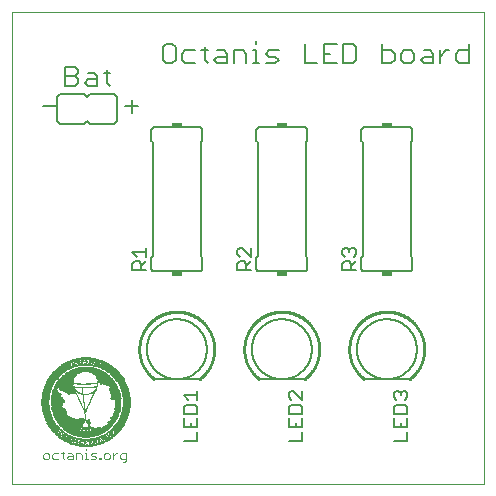
<source format=gto>
G75*
%MOIN*%
%OFA0B0*%
%FSLAX25Y25*%
%IPPOS*%
%LPD*%
%AMOC8*
5,1,8,0,0,1.08239X$1,22.5*
%
%ADD10C,0.00000*%
%ADD11C,0.00600*%
%ADD12C,0.00300*%
%ADD13R,0.03400X0.00100*%
%ADD14R,0.04800X0.00100*%
%ADD15R,0.05900X0.00100*%
%ADD16R,0.06800X0.00100*%
%ADD17R,0.07600X0.00100*%
%ADD18R,0.00100X0.00100*%
%ADD19R,0.00900X0.00100*%
%ADD20R,0.03200X0.00100*%
%ADD21R,0.03000X0.00100*%
%ADD22R,0.00400X0.00100*%
%ADD23R,0.00700X0.00100*%
%ADD24R,0.00500X0.00100*%
%ADD25R,0.02700X0.00100*%
%ADD26R,0.02300X0.00100*%
%ADD27R,0.00200X0.00100*%
%ADD28R,0.00600X0.00100*%
%ADD29R,0.02400X0.00100*%
%ADD30R,0.02200X0.00100*%
%ADD31R,0.02600X0.00100*%
%ADD32R,0.00300X0.00100*%
%ADD33R,0.01900X0.00100*%
%ADD34R,0.01800X0.00100*%
%ADD35R,0.00800X0.00100*%
%ADD36R,0.02000X0.00100*%
%ADD37R,0.01500X0.00100*%
%ADD38R,0.01600X0.00100*%
%ADD39R,0.01400X0.00100*%
%ADD40R,0.01100X0.00100*%
%ADD41R,0.01700X0.00100*%
%ADD42R,0.01300X0.00100*%
%ADD43R,0.01200X0.00100*%
%ADD44R,0.03700X0.00100*%
%ADD45R,0.05500X0.00100*%
%ADD46R,0.01000X0.00100*%
%ADD47R,0.08000X0.00100*%
%ADD48R,0.02100X0.00100*%
%ADD49R,0.02900X0.00100*%
%ADD50R,0.04200X0.00100*%
%ADD51R,0.05200X0.00100*%
%ADD52R,0.06000X0.00100*%
%ADD53R,0.06700X0.00100*%
%ADD54R,0.07400X0.00100*%
%ADD55R,0.08500X0.00100*%
%ADD56R,0.09000X0.00100*%
%ADD57R,0.09500X0.00100*%
%ADD58R,0.09900X0.00100*%
%ADD59R,0.10300X0.00100*%
%ADD60R,0.10700X0.00100*%
%ADD61R,0.11100X0.00100*%
%ADD62R,0.11500X0.00100*%
%ADD63R,0.11800X0.00100*%
%ADD64R,0.12200X0.00100*%
%ADD65R,0.12500X0.00100*%
%ADD66R,0.04100X0.00100*%
%ADD67R,0.08600X0.00100*%
%ADD68R,0.04500X0.00100*%
%ADD69R,0.04400X0.00100*%
%ADD70R,0.04600X0.00100*%
%ADD71R,0.04900X0.00100*%
%ADD72R,0.05100X0.00100*%
%ADD73R,0.05000X0.00100*%
%ADD74R,0.03500X0.00100*%
%ADD75R,0.05400X0.00100*%
%ADD76R,0.05600X0.00100*%
%ADD77R,0.05800X0.00100*%
%ADD78R,0.02800X0.00100*%
%ADD79R,0.06100X0.00100*%
%ADD80R,0.03300X0.00100*%
%ADD81R,0.06300X0.00100*%
%ADD82R,0.06400X0.00100*%
%ADD83R,0.06600X0.00100*%
%ADD84R,0.06900X0.00100*%
%ADD85R,0.07100X0.00100*%
%ADD86R,0.03100X0.00100*%
%ADD87R,0.07200X0.00100*%
%ADD88R,0.02500X0.00100*%
%ADD89R,0.07700X0.00100*%
%ADD90R,0.07900X0.00100*%
%ADD91R,0.08100X0.00100*%
%ADD92R,0.08200X0.00100*%
%ADD93R,0.08300X0.00100*%
%ADD94R,0.08400X0.00100*%
%ADD95R,0.08800X0.00100*%
%ADD96R,0.09200X0.00100*%
%ADD97R,0.09300X0.00100*%
%ADD98R,0.09400X0.00100*%
%ADD99R,0.09600X0.00100*%
%ADD100R,0.11300X0.00100*%
%ADD101R,0.11400X0.00100*%
%ADD102R,0.10500X0.00100*%
%ADD103R,0.10100X0.00100*%
%ADD104R,0.10200X0.00100*%
%ADD105R,0.06500X0.00100*%
%ADD106R,0.06200X0.00100*%
%ADD107R,0.04700X0.00100*%
%ADD108R,0.03900X0.00100*%
%ADD109R,0.03600X0.00100*%
%ADD110R,0.04000X0.00100*%
%ADD111R,0.04300X0.00100*%
%ADD112R,0.05300X0.00100*%
%ADD113R,0.07000X0.00100*%
%ADD114R,0.05700X0.00100*%
%ADD115R,0.03800X0.00100*%
%ADD116C,0.00500*%
%ADD117R,0.03200X0.01600*%
%ADD118C,0.00800*%
%ADD119C,0.01000*%
D10*
X0003500Y0003500D02*
X0003500Y0160980D01*
X0160980Y0160980D01*
X0160980Y0003500D01*
X0003500Y0003500D01*
D11*
X0048500Y0048500D02*
X0048503Y0048745D01*
X0048512Y0048991D01*
X0048527Y0049236D01*
X0048548Y0049480D01*
X0048575Y0049724D01*
X0048608Y0049967D01*
X0048647Y0050210D01*
X0048692Y0050451D01*
X0048743Y0050691D01*
X0048800Y0050930D01*
X0048862Y0051167D01*
X0048931Y0051403D01*
X0049005Y0051637D01*
X0049085Y0051869D01*
X0049170Y0052099D01*
X0049261Y0052327D01*
X0049358Y0052552D01*
X0049460Y0052776D01*
X0049568Y0052996D01*
X0049681Y0053214D01*
X0049799Y0053429D01*
X0049923Y0053641D01*
X0050051Y0053850D01*
X0050185Y0054056D01*
X0050324Y0054258D01*
X0050468Y0054457D01*
X0050617Y0054652D01*
X0050770Y0054844D01*
X0050928Y0055032D01*
X0051090Y0055216D01*
X0051258Y0055395D01*
X0051429Y0055571D01*
X0051605Y0055742D01*
X0051784Y0055910D01*
X0051968Y0056072D01*
X0052156Y0056230D01*
X0052348Y0056383D01*
X0052543Y0056532D01*
X0052742Y0056676D01*
X0052944Y0056815D01*
X0053150Y0056949D01*
X0053359Y0057077D01*
X0053571Y0057201D01*
X0053786Y0057319D01*
X0054004Y0057432D01*
X0054224Y0057540D01*
X0054448Y0057642D01*
X0054673Y0057739D01*
X0054901Y0057830D01*
X0055131Y0057915D01*
X0055363Y0057995D01*
X0055597Y0058069D01*
X0055833Y0058138D01*
X0056070Y0058200D01*
X0056309Y0058257D01*
X0056549Y0058308D01*
X0056790Y0058353D01*
X0057033Y0058392D01*
X0057276Y0058425D01*
X0057520Y0058452D01*
X0057764Y0058473D01*
X0058009Y0058488D01*
X0058255Y0058497D01*
X0058500Y0058500D01*
X0058745Y0058497D01*
X0058991Y0058488D01*
X0059236Y0058473D01*
X0059480Y0058452D01*
X0059724Y0058425D01*
X0059967Y0058392D01*
X0060210Y0058353D01*
X0060451Y0058308D01*
X0060691Y0058257D01*
X0060930Y0058200D01*
X0061167Y0058138D01*
X0061403Y0058069D01*
X0061637Y0057995D01*
X0061869Y0057915D01*
X0062099Y0057830D01*
X0062327Y0057739D01*
X0062552Y0057642D01*
X0062776Y0057540D01*
X0062996Y0057432D01*
X0063214Y0057319D01*
X0063429Y0057201D01*
X0063641Y0057077D01*
X0063850Y0056949D01*
X0064056Y0056815D01*
X0064258Y0056676D01*
X0064457Y0056532D01*
X0064652Y0056383D01*
X0064844Y0056230D01*
X0065032Y0056072D01*
X0065216Y0055910D01*
X0065395Y0055742D01*
X0065571Y0055571D01*
X0065742Y0055395D01*
X0065910Y0055216D01*
X0066072Y0055032D01*
X0066230Y0054844D01*
X0066383Y0054652D01*
X0066532Y0054457D01*
X0066676Y0054258D01*
X0066815Y0054056D01*
X0066949Y0053850D01*
X0067077Y0053641D01*
X0067201Y0053429D01*
X0067319Y0053214D01*
X0067432Y0052996D01*
X0067540Y0052776D01*
X0067642Y0052552D01*
X0067739Y0052327D01*
X0067830Y0052099D01*
X0067915Y0051869D01*
X0067995Y0051637D01*
X0068069Y0051403D01*
X0068138Y0051167D01*
X0068200Y0050930D01*
X0068257Y0050691D01*
X0068308Y0050451D01*
X0068353Y0050210D01*
X0068392Y0049967D01*
X0068425Y0049724D01*
X0068452Y0049480D01*
X0068473Y0049236D01*
X0068488Y0048991D01*
X0068497Y0048745D01*
X0068500Y0048500D01*
X0068497Y0048255D01*
X0068488Y0048009D01*
X0068473Y0047764D01*
X0068452Y0047520D01*
X0068425Y0047276D01*
X0068392Y0047033D01*
X0068353Y0046790D01*
X0068308Y0046549D01*
X0068257Y0046309D01*
X0068200Y0046070D01*
X0068138Y0045833D01*
X0068069Y0045597D01*
X0067995Y0045363D01*
X0067915Y0045131D01*
X0067830Y0044901D01*
X0067739Y0044673D01*
X0067642Y0044448D01*
X0067540Y0044224D01*
X0067432Y0044004D01*
X0067319Y0043786D01*
X0067201Y0043571D01*
X0067077Y0043359D01*
X0066949Y0043150D01*
X0066815Y0042944D01*
X0066676Y0042742D01*
X0066532Y0042543D01*
X0066383Y0042348D01*
X0066230Y0042156D01*
X0066072Y0041968D01*
X0065910Y0041784D01*
X0065742Y0041605D01*
X0065571Y0041429D01*
X0065395Y0041258D01*
X0065216Y0041090D01*
X0065032Y0040928D01*
X0064844Y0040770D01*
X0064652Y0040617D01*
X0064457Y0040468D01*
X0064258Y0040324D01*
X0064056Y0040185D01*
X0063850Y0040051D01*
X0063641Y0039923D01*
X0063429Y0039799D01*
X0063214Y0039681D01*
X0062996Y0039568D01*
X0062776Y0039460D01*
X0062552Y0039358D01*
X0062327Y0039261D01*
X0062099Y0039170D01*
X0061869Y0039085D01*
X0061637Y0039005D01*
X0061403Y0038931D01*
X0061167Y0038862D01*
X0060930Y0038800D01*
X0060691Y0038743D01*
X0060451Y0038692D01*
X0060210Y0038647D01*
X0059967Y0038608D01*
X0059724Y0038575D01*
X0059480Y0038548D01*
X0059236Y0038527D01*
X0058991Y0038512D01*
X0058745Y0038503D01*
X0058500Y0038500D01*
X0058255Y0038503D01*
X0058009Y0038512D01*
X0057764Y0038527D01*
X0057520Y0038548D01*
X0057276Y0038575D01*
X0057033Y0038608D01*
X0056790Y0038647D01*
X0056549Y0038692D01*
X0056309Y0038743D01*
X0056070Y0038800D01*
X0055833Y0038862D01*
X0055597Y0038931D01*
X0055363Y0039005D01*
X0055131Y0039085D01*
X0054901Y0039170D01*
X0054673Y0039261D01*
X0054448Y0039358D01*
X0054224Y0039460D01*
X0054004Y0039568D01*
X0053786Y0039681D01*
X0053571Y0039799D01*
X0053359Y0039923D01*
X0053150Y0040051D01*
X0052944Y0040185D01*
X0052742Y0040324D01*
X0052543Y0040468D01*
X0052348Y0040617D01*
X0052156Y0040770D01*
X0051968Y0040928D01*
X0051784Y0041090D01*
X0051605Y0041258D01*
X0051429Y0041429D01*
X0051258Y0041605D01*
X0051090Y0041784D01*
X0050928Y0041968D01*
X0050770Y0042156D01*
X0050617Y0042348D01*
X0050468Y0042543D01*
X0050324Y0042742D01*
X0050185Y0042944D01*
X0050051Y0043150D01*
X0049923Y0043359D01*
X0049799Y0043571D01*
X0049681Y0043786D01*
X0049568Y0044004D01*
X0049460Y0044224D01*
X0049358Y0044448D01*
X0049261Y0044673D01*
X0049170Y0044901D01*
X0049085Y0045131D01*
X0049005Y0045363D01*
X0048931Y0045597D01*
X0048862Y0045833D01*
X0048800Y0046070D01*
X0048743Y0046309D01*
X0048692Y0046549D01*
X0048647Y0046790D01*
X0048608Y0047033D01*
X0048575Y0047276D01*
X0048548Y0047520D01*
X0048527Y0047764D01*
X0048512Y0048009D01*
X0048503Y0048255D01*
X0048500Y0048500D01*
X0051000Y0074500D02*
X0066000Y0074500D01*
X0066060Y0074502D01*
X0066121Y0074507D01*
X0066180Y0074516D01*
X0066239Y0074529D01*
X0066298Y0074545D01*
X0066355Y0074565D01*
X0066410Y0074588D01*
X0066465Y0074615D01*
X0066517Y0074644D01*
X0066568Y0074677D01*
X0066617Y0074713D01*
X0066663Y0074751D01*
X0066707Y0074793D01*
X0066749Y0074837D01*
X0066787Y0074883D01*
X0066823Y0074932D01*
X0066856Y0074983D01*
X0066885Y0075035D01*
X0066912Y0075090D01*
X0066935Y0075145D01*
X0066955Y0075202D01*
X0066971Y0075261D01*
X0066984Y0075320D01*
X0066993Y0075379D01*
X0066998Y0075440D01*
X0067000Y0075500D01*
X0067000Y0079000D01*
X0066500Y0079500D01*
X0066500Y0117500D01*
X0067000Y0118000D01*
X0067000Y0121500D01*
X0066998Y0121560D01*
X0066993Y0121621D01*
X0066984Y0121680D01*
X0066971Y0121739D01*
X0066955Y0121798D01*
X0066935Y0121855D01*
X0066912Y0121910D01*
X0066885Y0121965D01*
X0066856Y0122017D01*
X0066823Y0122068D01*
X0066787Y0122117D01*
X0066749Y0122163D01*
X0066707Y0122207D01*
X0066663Y0122249D01*
X0066617Y0122287D01*
X0066568Y0122323D01*
X0066517Y0122356D01*
X0066465Y0122385D01*
X0066410Y0122412D01*
X0066355Y0122435D01*
X0066298Y0122455D01*
X0066239Y0122471D01*
X0066180Y0122484D01*
X0066121Y0122493D01*
X0066060Y0122498D01*
X0066000Y0122500D01*
X0051000Y0122500D01*
X0050940Y0122498D01*
X0050879Y0122493D01*
X0050820Y0122484D01*
X0050761Y0122471D01*
X0050702Y0122455D01*
X0050645Y0122435D01*
X0050590Y0122412D01*
X0050535Y0122385D01*
X0050483Y0122356D01*
X0050432Y0122323D01*
X0050383Y0122287D01*
X0050337Y0122249D01*
X0050293Y0122207D01*
X0050251Y0122163D01*
X0050213Y0122117D01*
X0050177Y0122068D01*
X0050144Y0122017D01*
X0050115Y0121965D01*
X0050088Y0121910D01*
X0050065Y0121855D01*
X0050045Y0121798D01*
X0050029Y0121739D01*
X0050016Y0121680D01*
X0050007Y0121621D01*
X0050002Y0121560D01*
X0050000Y0121500D01*
X0050000Y0118000D01*
X0050500Y0117500D01*
X0050500Y0079500D01*
X0050000Y0079000D01*
X0050000Y0075500D01*
X0050002Y0075440D01*
X0050007Y0075379D01*
X0050016Y0075320D01*
X0050029Y0075261D01*
X0050045Y0075202D01*
X0050065Y0075145D01*
X0050088Y0075090D01*
X0050115Y0075035D01*
X0050144Y0074983D01*
X0050177Y0074932D01*
X0050213Y0074883D01*
X0050251Y0074837D01*
X0050293Y0074793D01*
X0050337Y0074751D01*
X0050383Y0074713D01*
X0050432Y0074677D01*
X0050483Y0074644D01*
X0050535Y0074615D01*
X0050590Y0074588D01*
X0050645Y0074565D01*
X0050702Y0074545D01*
X0050761Y0074529D01*
X0050820Y0074516D01*
X0050879Y0074507D01*
X0050940Y0074502D01*
X0051000Y0074500D01*
X0085000Y0075500D02*
X0085000Y0079000D01*
X0085500Y0079500D01*
X0085500Y0117500D01*
X0085000Y0118000D01*
X0085000Y0121500D01*
X0085002Y0121560D01*
X0085007Y0121621D01*
X0085016Y0121680D01*
X0085029Y0121739D01*
X0085045Y0121798D01*
X0085065Y0121855D01*
X0085088Y0121910D01*
X0085115Y0121965D01*
X0085144Y0122017D01*
X0085177Y0122068D01*
X0085213Y0122117D01*
X0085251Y0122163D01*
X0085293Y0122207D01*
X0085337Y0122249D01*
X0085383Y0122287D01*
X0085432Y0122323D01*
X0085483Y0122356D01*
X0085535Y0122385D01*
X0085590Y0122412D01*
X0085645Y0122435D01*
X0085702Y0122455D01*
X0085761Y0122471D01*
X0085820Y0122484D01*
X0085879Y0122493D01*
X0085940Y0122498D01*
X0086000Y0122500D01*
X0101000Y0122500D01*
X0101060Y0122498D01*
X0101121Y0122493D01*
X0101180Y0122484D01*
X0101239Y0122471D01*
X0101298Y0122455D01*
X0101355Y0122435D01*
X0101410Y0122412D01*
X0101465Y0122385D01*
X0101517Y0122356D01*
X0101568Y0122323D01*
X0101617Y0122287D01*
X0101663Y0122249D01*
X0101707Y0122207D01*
X0101749Y0122163D01*
X0101787Y0122117D01*
X0101823Y0122068D01*
X0101856Y0122017D01*
X0101885Y0121965D01*
X0101912Y0121910D01*
X0101935Y0121855D01*
X0101955Y0121798D01*
X0101971Y0121739D01*
X0101984Y0121680D01*
X0101993Y0121621D01*
X0101998Y0121560D01*
X0102000Y0121500D01*
X0102000Y0118000D01*
X0101500Y0117500D01*
X0101500Y0079500D01*
X0102000Y0079000D01*
X0102000Y0075500D01*
X0101998Y0075440D01*
X0101993Y0075379D01*
X0101984Y0075320D01*
X0101971Y0075261D01*
X0101955Y0075202D01*
X0101935Y0075145D01*
X0101912Y0075090D01*
X0101885Y0075035D01*
X0101856Y0074983D01*
X0101823Y0074932D01*
X0101787Y0074883D01*
X0101749Y0074837D01*
X0101707Y0074793D01*
X0101663Y0074751D01*
X0101617Y0074713D01*
X0101568Y0074677D01*
X0101517Y0074644D01*
X0101465Y0074615D01*
X0101410Y0074588D01*
X0101355Y0074565D01*
X0101298Y0074545D01*
X0101239Y0074529D01*
X0101180Y0074516D01*
X0101121Y0074507D01*
X0101060Y0074502D01*
X0101000Y0074500D01*
X0086000Y0074500D01*
X0085940Y0074502D01*
X0085879Y0074507D01*
X0085820Y0074516D01*
X0085761Y0074529D01*
X0085702Y0074545D01*
X0085645Y0074565D01*
X0085590Y0074588D01*
X0085535Y0074615D01*
X0085483Y0074644D01*
X0085432Y0074677D01*
X0085383Y0074713D01*
X0085337Y0074751D01*
X0085293Y0074793D01*
X0085251Y0074837D01*
X0085213Y0074883D01*
X0085177Y0074932D01*
X0085144Y0074983D01*
X0085115Y0075035D01*
X0085088Y0075090D01*
X0085065Y0075145D01*
X0085045Y0075202D01*
X0085029Y0075261D01*
X0085016Y0075320D01*
X0085007Y0075379D01*
X0085002Y0075440D01*
X0085000Y0075500D01*
X0083500Y0048500D02*
X0083503Y0048745D01*
X0083512Y0048991D01*
X0083527Y0049236D01*
X0083548Y0049480D01*
X0083575Y0049724D01*
X0083608Y0049967D01*
X0083647Y0050210D01*
X0083692Y0050451D01*
X0083743Y0050691D01*
X0083800Y0050930D01*
X0083862Y0051167D01*
X0083931Y0051403D01*
X0084005Y0051637D01*
X0084085Y0051869D01*
X0084170Y0052099D01*
X0084261Y0052327D01*
X0084358Y0052552D01*
X0084460Y0052776D01*
X0084568Y0052996D01*
X0084681Y0053214D01*
X0084799Y0053429D01*
X0084923Y0053641D01*
X0085051Y0053850D01*
X0085185Y0054056D01*
X0085324Y0054258D01*
X0085468Y0054457D01*
X0085617Y0054652D01*
X0085770Y0054844D01*
X0085928Y0055032D01*
X0086090Y0055216D01*
X0086258Y0055395D01*
X0086429Y0055571D01*
X0086605Y0055742D01*
X0086784Y0055910D01*
X0086968Y0056072D01*
X0087156Y0056230D01*
X0087348Y0056383D01*
X0087543Y0056532D01*
X0087742Y0056676D01*
X0087944Y0056815D01*
X0088150Y0056949D01*
X0088359Y0057077D01*
X0088571Y0057201D01*
X0088786Y0057319D01*
X0089004Y0057432D01*
X0089224Y0057540D01*
X0089448Y0057642D01*
X0089673Y0057739D01*
X0089901Y0057830D01*
X0090131Y0057915D01*
X0090363Y0057995D01*
X0090597Y0058069D01*
X0090833Y0058138D01*
X0091070Y0058200D01*
X0091309Y0058257D01*
X0091549Y0058308D01*
X0091790Y0058353D01*
X0092033Y0058392D01*
X0092276Y0058425D01*
X0092520Y0058452D01*
X0092764Y0058473D01*
X0093009Y0058488D01*
X0093255Y0058497D01*
X0093500Y0058500D01*
X0093745Y0058497D01*
X0093991Y0058488D01*
X0094236Y0058473D01*
X0094480Y0058452D01*
X0094724Y0058425D01*
X0094967Y0058392D01*
X0095210Y0058353D01*
X0095451Y0058308D01*
X0095691Y0058257D01*
X0095930Y0058200D01*
X0096167Y0058138D01*
X0096403Y0058069D01*
X0096637Y0057995D01*
X0096869Y0057915D01*
X0097099Y0057830D01*
X0097327Y0057739D01*
X0097552Y0057642D01*
X0097776Y0057540D01*
X0097996Y0057432D01*
X0098214Y0057319D01*
X0098429Y0057201D01*
X0098641Y0057077D01*
X0098850Y0056949D01*
X0099056Y0056815D01*
X0099258Y0056676D01*
X0099457Y0056532D01*
X0099652Y0056383D01*
X0099844Y0056230D01*
X0100032Y0056072D01*
X0100216Y0055910D01*
X0100395Y0055742D01*
X0100571Y0055571D01*
X0100742Y0055395D01*
X0100910Y0055216D01*
X0101072Y0055032D01*
X0101230Y0054844D01*
X0101383Y0054652D01*
X0101532Y0054457D01*
X0101676Y0054258D01*
X0101815Y0054056D01*
X0101949Y0053850D01*
X0102077Y0053641D01*
X0102201Y0053429D01*
X0102319Y0053214D01*
X0102432Y0052996D01*
X0102540Y0052776D01*
X0102642Y0052552D01*
X0102739Y0052327D01*
X0102830Y0052099D01*
X0102915Y0051869D01*
X0102995Y0051637D01*
X0103069Y0051403D01*
X0103138Y0051167D01*
X0103200Y0050930D01*
X0103257Y0050691D01*
X0103308Y0050451D01*
X0103353Y0050210D01*
X0103392Y0049967D01*
X0103425Y0049724D01*
X0103452Y0049480D01*
X0103473Y0049236D01*
X0103488Y0048991D01*
X0103497Y0048745D01*
X0103500Y0048500D01*
X0103497Y0048255D01*
X0103488Y0048009D01*
X0103473Y0047764D01*
X0103452Y0047520D01*
X0103425Y0047276D01*
X0103392Y0047033D01*
X0103353Y0046790D01*
X0103308Y0046549D01*
X0103257Y0046309D01*
X0103200Y0046070D01*
X0103138Y0045833D01*
X0103069Y0045597D01*
X0102995Y0045363D01*
X0102915Y0045131D01*
X0102830Y0044901D01*
X0102739Y0044673D01*
X0102642Y0044448D01*
X0102540Y0044224D01*
X0102432Y0044004D01*
X0102319Y0043786D01*
X0102201Y0043571D01*
X0102077Y0043359D01*
X0101949Y0043150D01*
X0101815Y0042944D01*
X0101676Y0042742D01*
X0101532Y0042543D01*
X0101383Y0042348D01*
X0101230Y0042156D01*
X0101072Y0041968D01*
X0100910Y0041784D01*
X0100742Y0041605D01*
X0100571Y0041429D01*
X0100395Y0041258D01*
X0100216Y0041090D01*
X0100032Y0040928D01*
X0099844Y0040770D01*
X0099652Y0040617D01*
X0099457Y0040468D01*
X0099258Y0040324D01*
X0099056Y0040185D01*
X0098850Y0040051D01*
X0098641Y0039923D01*
X0098429Y0039799D01*
X0098214Y0039681D01*
X0097996Y0039568D01*
X0097776Y0039460D01*
X0097552Y0039358D01*
X0097327Y0039261D01*
X0097099Y0039170D01*
X0096869Y0039085D01*
X0096637Y0039005D01*
X0096403Y0038931D01*
X0096167Y0038862D01*
X0095930Y0038800D01*
X0095691Y0038743D01*
X0095451Y0038692D01*
X0095210Y0038647D01*
X0094967Y0038608D01*
X0094724Y0038575D01*
X0094480Y0038548D01*
X0094236Y0038527D01*
X0093991Y0038512D01*
X0093745Y0038503D01*
X0093500Y0038500D01*
X0093255Y0038503D01*
X0093009Y0038512D01*
X0092764Y0038527D01*
X0092520Y0038548D01*
X0092276Y0038575D01*
X0092033Y0038608D01*
X0091790Y0038647D01*
X0091549Y0038692D01*
X0091309Y0038743D01*
X0091070Y0038800D01*
X0090833Y0038862D01*
X0090597Y0038931D01*
X0090363Y0039005D01*
X0090131Y0039085D01*
X0089901Y0039170D01*
X0089673Y0039261D01*
X0089448Y0039358D01*
X0089224Y0039460D01*
X0089004Y0039568D01*
X0088786Y0039681D01*
X0088571Y0039799D01*
X0088359Y0039923D01*
X0088150Y0040051D01*
X0087944Y0040185D01*
X0087742Y0040324D01*
X0087543Y0040468D01*
X0087348Y0040617D01*
X0087156Y0040770D01*
X0086968Y0040928D01*
X0086784Y0041090D01*
X0086605Y0041258D01*
X0086429Y0041429D01*
X0086258Y0041605D01*
X0086090Y0041784D01*
X0085928Y0041968D01*
X0085770Y0042156D01*
X0085617Y0042348D01*
X0085468Y0042543D01*
X0085324Y0042742D01*
X0085185Y0042944D01*
X0085051Y0043150D01*
X0084923Y0043359D01*
X0084799Y0043571D01*
X0084681Y0043786D01*
X0084568Y0044004D01*
X0084460Y0044224D01*
X0084358Y0044448D01*
X0084261Y0044673D01*
X0084170Y0044901D01*
X0084085Y0045131D01*
X0084005Y0045363D01*
X0083931Y0045597D01*
X0083862Y0045833D01*
X0083800Y0046070D01*
X0083743Y0046309D01*
X0083692Y0046549D01*
X0083647Y0046790D01*
X0083608Y0047033D01*
X0083575Y0047276D01*
X0083548Y0047520D01*
X0083527Y0047764D01*
X0083512Y0048009D01*
X0083503Y0048255D01*
X0083500Y0048500D01*
X0120000Y0075500D02*
X0120000Y0079000D01*
X0120500Y0079500D01*
X0120500Y0117500D01*
X0120000Y0118000D01*
X0120000Y0121500D01*
X0120002Y0121560D01*
X0120007Y0121621D01*
X0120016Y0121680D01*
X0120029Y0121739D01*
X0120045Y0121798D01*
X0120065Y0121855D01*
X0120088Y0121910D01*
X0120115Y0121965D01*
X0120144Y0122017D01*
X0120177Y0122068D01*
X0120213Y0122117D01*
X0120251Y0122163D01*
X0120293Y0122207D01*
X0120337Y0122249D01*
X0120383Y0122287D01*
X0120432Y0122323D01*
X0120483Y0122356D01*
X0120535Y0122385D01*
X0120590Y0122412D01*
X0120645Y0122435D01*
X0120702Y0122455D01*
X0120761Y0122471D01*
X0120820Y0122484D01*
X0120879Y0122493D01*
X0120940Y0122498D01*
X0121000Y0122500D01*
X0136000Y0122500D01*
X0136060Y0122498D01*
X0136121Y0122493D01*
X0136180Y0122484D01*
X0136239Y0122471D01*
X0136298Y0122455D01*
X0136355Y0122435D01*
X0136410Y0122412D01*
X0136465Y0122385D01*
X0136517Y0122356D01*
X0136568Y0122323D01*
X0136617Y0122287D01*
X0136663Y0122249D01*
X0136707Y0122207D01*
X0136749Y0122163D01*
X0136787Y0122117D01*
X0136823Y0122068D01*
X0136856Y0122017D01*
X0136885Y0121965D01*
X0136912Y0121910D01*
X0136935Y0121855D01*
X0136955Y0121798D01*
X0136971Y0121739D01*
X0136984Y0121680D01*
X0136993Y0121621D01*
X0136998Y0121560D01*
X0137000Y0121500D01*
X0137000Y0118000D01*
X0136500Y0117500D01*
X0136500Y0079500D01*
X0137000Y0079000D01*
X0137000Y0075500D01*
X0136998Y0075440D01*
X0136993Y0075379D01*
X0136984Y0075320D01*
X0136971Y0075261D01*
X0136955Y0075202D01*
X0136935Y0075145D01*
X0136912Y0075090D01*
X0136885Y0075035D01*
X0136856Y0074983D01*
X0136823Y0074932D01*
X0136787Y0074883D01*
X0136749Y0074837D01*
X0136707Y0074793D01*
X0136663Y0074751D01*
X0136617Y0074713D01*
X0136568Y0074677D01*
X0136517Y0074644D01*
X0136465Y0074615D01*
X0136410Y0074588D01*
X0136355Y0074565D01*
X0136298Y0074545D01*
X0136239Y0074529D01*
X0136180Y0074516D01*
X0136121Y0074507D01*
X0136060Y0074502D01*
X0136000Y0074500D01*
X0121000Y0074500D01*
X0120940Y0074502D01*
X0120879Y0074507D01*
X0120820Y0074516D01*
X0120761Y0074529D01*
X0120702Y0074545D01*
X0120645Y0074565D01*
X0120590Y0074588D01*
X0120535Y0074615D01*
X0120483Y0074644D01*
X0120432Y0074677D01*
X0120383Y0074713D01*
X0120337Y0074751D01*
X0120293Y0074793D01*
X0120251Y0074837D01*
X0120213Y0074883D01*
X0120177Y0074932D01*
X0120144Y0074983D01*
X0120115Y0075035D01*
X0120088Y0075090D01*
X0120065Y0075145D01*
X0120045Y0075202D01*
X0120029Y0075261D01*
X0120016Y0075320D01*
X0120007Y0075379D01*
X0120002Y0075440D01*
X0120000Y0075500D01*
X0118500Y0048500D02*
X0118503Y0048745D01*
X0118512Y0048991D01*
X0118527Y0049236D01*
X0118548Y0049480D01*
X0118575Y0049724D01*
X0118608Y0049967D01*
X0118647Y0050210D01*
X0118692Y0050451D01*
X0118743Y0050691D01*
X0118800Y0050930D01*
X0118862Y0051167D01*
X0118931Y0051403D01*
X0119005Y0051637D01*
X0119085Y0051869D01*
X0119170Y0052099D01*
X0119261Y0052327D01*
X0119358Y0052552D01*
X0119460Y0052776D01*
X0119568Y0052996D01*
X0119681Y0053214D01*
X0119799Y0053429D01*
X0119923Y0053641D01*
X0120051Y0053850D01*
X0120185Y0054056D01*
X0120324Y0054258D01*
X0120468Y0054457D01*
X0120617Y0054652D01*
X0120770Y0054844D01*
X0120928Y0055032D01*
X0121090Y0055216D01*
X0121258Y0055395D01*
X0121429Y0055571D01*
X0121605Y0055742D01*
X0121784Y0055910D01*
X0121968Y0056072D01*
X0122156Y0056230D01*
X0122348Y0056383D01*
X0122543Y0056532D01*
X0122742Y0056676D01*
X0122944Y0056815D01*
X0123150Y0056949D01*
X0123359Y0057077D01*
X0123571Y0057201D01*
X0123786Y0057319D01*
X0124004Y0057432D01*
X0124224Y0057540D01*
X0124448Y0057642D01*
X0124673Y0057739D01*
X0124901Y0057830D01*
X0125131Y0057915D01*
X0125363Y0057995D01*
X0125597Y0058069D01*
X0125833Y0058138D01*
X0126070Y0058200D01*
X0126309Y0058257D01*
X0126549Y0058308D01*
X0126790Y0058353D01*
X0127033Y0058392D01*
X0127276Y0058425D01*
X0127520Y0058452D01*
X0127764Y0058473D01*
X0128009Y0058488D01*
X0128255Y0058497D01*
X0128500Y0058500D01*
X0128745Y0058497D01*
X0128991Y0058488D01*
X0129236Y0058473D01*
X0129480Y0058452D01*
X0129724Y0058425D01*
X0129967Y0058392D01*
X0130210Y0058353D01*
X0130451Y0058308D01*
X0130691Y0058257D01*
X0130930Y0058200D01*
X0131167Y0058138D01*
X0131403Y0058069D01*
X0131637Y0057995D01*
X0131869Y0057915D01*
X0132099Y0057830D01*
X0132327Y0057739D01*
X0132552Y0057642D01*
X0132776Y0057540D01*
X0132996Y0057432D01*
X0133214Y0057319D01*
X0133429Y0057201D01*
X0133641Y0057077D01*
X0133850Y0056949D01*
X0134056Y0056815D01*
X0134258Y0056676D01*
X0134457Y0056532D01*
X0134652Y0056383D01*
X0134844Y0056230D01*
X0135032Y0056072D01*
X0135216Y0055910D01*
X0135395Y0055742D01*
X0135571Y0055571D01*
X0135742Y0055395D01*
X0135910Y0055216D01*
X0136072Y0055032D01*
X0136230Y0054844D01*
X0136383Y0054652D01*
X0136532Y0054457D01*
X0136676Y0054258D01*
X0136815Y0054056D01*
X0136949Y0053850D01*
X0137077Y0053641D01*
X0137201Y0053429D01*
X0137319Y0053214D01*
X0137432Y0052996D01*
X0137540Y0052776D01*
X0137642Y0052552D01*
X0137739Y0052327D01*
X0137830Y0052099D01*
X0137915Y0051869D01*
X0137995Y0051637D01*
X0138069Y0051403D01*
X0138138Y0051167D01*
X0138200Y0050930D01*
X0138257Y0050691D01*
X0138308Y0050451D01*
X0138353Y0050210D01*
X0138392Y0049967D01*
X0138425Y0049724D01*
X0138452Y0049480D01*
X0138473Y0049236D01*
X0138488Y0048991D01*
X0138497Y0048745D01*
X0138500Y0048500D01*
X0138497Y0048255D01*
X0138488Y0048009D01*
X0138473Y0047764D01*
X0138452Y0047520D01*
X0138425Y0047276D01*
X0138392Y0047033D01*
X0138353Y0046790D01*
X0138308Y0046549D01*
X0138257Y0046309D01*
X0138200Y0046070D01*
X0138138Y0045833D01*
X0138069Y0045597D01*
X0137995Y0045363D01*
X0137915Y0045131D01*
X0137830Y0044901D01*
X0137739Y0044673D01*
X0137642Y0044448D01*
X0137540Y0044224D01*
X0137432Y0044004D01*
X0137319Y0043786D01*
X0137201Y0043571D01*
X0137077Y0043359D01*
X0136949Y0043150D01*
X0136815Y0042944D01*
X0136676Y0042742D01*
X0136532Y0042543D01*
X0136383Y0042348D01*
X0136230Y0042156D01*
X0136072Y0041968D01*
X0135910Y0041784D01*
X0135742Y0041605D01*
X0135571Y0041429D01*
X0135395Y0041258D01*
X0135216Y0041090D01*
X0135032Y0040928D01*
X0134844Y0040770D01*
X0134652Y0040617D01*
X0134457Y0040468D01*
X0134258Y0040324D01*
X0134056Y0040185D01*
X0133850Y0040051D01*
X0133641Y0039923D01*
X0133429Y0039799D01*
X0133214Y0039681D01*
X0132996Y0039568D01*
X0132776Y0039460D01*
X0132552Y0039358D01*
X0132327Y0039261D01*
X0132099Y0039170D01*
X0131869Y0039085D01*
X0131637Y0039005D01*
X0131403Y0038931D01*
X0131167Y0038862D01*
X0130930Y0038800D01*
X0130691Y0038743D01*
X0130451Y0038692D01*
X0130210Y0038647D01*
X0129967Y0038608D01*
X0129724Y0038575D01*
X0129480Y0038548D01*
X0129236Y0038527D01*
X0128991Y0038512D01*
X0128745Y0038503D01*
X0128500Y0038500D01*
X0128255Y0038503D01*
X0128009Y0038512D01*
X0127764Y0038527D01*
X0127520Y0038548D01*
X0127276Y0038575D01*
X0127033Y0038608D01*
X0126790Y0038647D01*
X0126549Y0038692D01*
X0126309Y0038743D01*
X0126070Y0038800D01*
X0125833Y0038862D01*
X0125597Y0038931D01*
X0125363Y0039005D01*
X0125131Y0039085D01*
X0124901Y0039170D01*
X0124673Y0039261D01*
X0124448Y0039358D01*
X0124224Y0039460D01*
X0124004Y0039568D01*
X0123786Y0039681D01*
X0123571Y0039799D01*
X0123359Y0039923D01*
X0123150Y0040051D01*
X0122944Y0040185D01*
X0122742Y0040324D01*
X0122543Y0040468D01*
X0122348Y0040617D01*
X0122156Y0040770D01*
X0121968Y0040928D01*
X0121784Y0041090D01*
X0121605Y0041258D01*
X0121429Y0041429D01*
X0121258Y0041605D01*
X0121090Y0041784D01*
X0120928Y0041968D01*
X0120770Y0042156D01*
X0120617Y0042348D01*
X0120468Y0042543D01*
X0120324Y0042742D01*
X0120185Y0042944D01*
X0120051Y0043150D01*
X0119923Y0043359D01*
X0119799Y0043571D01*
X0119681Y0043786D01*
X0119568Y0044004D01*
X0119460Y0044224D01*
X0119358Y0044448D01*
X0119261Y0044673D01*
X0119170Y0044901D01*
X0119085Y0045131D01*
X0119005Y0045363D01*
X0118931Y0045597D01*
X0118862Y0045833D01*
X0118800Y0046070D01*
X0118743Y0046309D01*
X0118692Y0046549D01*
X0118647Y0046790D01*
X0118608Y0047033D01*
X0118575Y0047276D01*
X0118548Y0047520D01*
X0118527Y0047764D01*
X0118512Y0048009D01*
X0118503Y0048255D01*
X0118500Y0048500D01*
X0043435Y0127368D02*
X0043435Y0131638D01*
X0041300Y0129503D02*
X0045570Y0129503D01*
X0038500Y0132500D02*
X0038500Y0124500D01*
X0037500Y0123500D01*
X0029500Y0123500D01*
X0028500Y0124500D01*
X0027500Y0123500D01*
X0019500Y0123500D01*
X0018500Y0124500D01*
X0018500Y0132500D01*
X0019500Y0133500D01*
X0027500Y0133500D01*
X0028500Y0132500D01*
X0029500Y0133500D01*
X0037500Y0133500D01*
X0038500Y0132500D01*
X0036326Y0136300D02*
X0035259Y0137368D01*
X0035259Y0141638D01*
X0036326Y0140570D02*
X0034191Y0140570D01*
X0032016Y0139503D02*
X0032016Y0136300D01*
X0028813Y0136300D01*
X0027745Y0137368D01*
X0028813Y0138435D01*
X0032016Y0138435D01*
X0032016Y0139503D02*
X0030948Y0140570D01*
X0028813Y0140570D01*
X0025570Y0140570D02*
X0024503Y0139503D01*
X0021300Y0139503D01*
X0021300Y0142705D02*
X0021300Y0136300D01*
X0024503Y0136300D01*
X0025570Y0137368D01*
X0025570Y0138435D01*
X0024503Y0139503D01*
X0025570Y0140570D02*
X0025570Y0141638D01*
X0024503Y0142705D01*
X0021300Y0142705D01*
X0018070Y0129503D02*
X0013800Y0129503D01*
X0053800Y0144868D02*
X0054868Y0143800D01*
X0057003Y0143800D01*
X0058070Y0144868D01*
X0058070Y0149138D01*
X0057003Y0150205D01*
X0054868Y0150205D01*
X0053800Y0149138D01*
X0053800Y0144868D01*
X0060245Y0144868D02*
X0061313Y0143800D01*
X0064516Y0143800D01*
X0067759Y0144868D02*
X0068826Y0143800D01*
X0067759Y0144868D02*
X0067759Y0149138D01*
X0068826Y0148070D02*
X0066691Y0148070D01*
X0064516Y0148070D02*
X0061313Y0148070D01*
X0060245Y0147003D01*
X0060245Y0144868D01*
X0070988Y0144868D02*
X0072056Y0145935D01*
X0075258Y0145935D01*
X0075258Y0147003D02*
X0074191Y0148070D01*
X0072056Y0148070D01*
X0075258Y0147003D02*
X0075258Y0143800D01*
X0072056Y0143800D01*
X0070988Y0144868D01*
X0077433Y0143800D02*
X0077433Y0148070D01*
X0080636Y0148070D01*
X0081704Y0147003D01*
X0081704Y0143800D01*
X0083879Y0143800D02*
X0086014Y0143800D01*
X0084947Y0143800D02*
X0084947Y0148070D01*
X0083879Y0148070D01*
X0084947Y0150205D02*
X0084947Y0151273D01*
X0088176Y0147003D02*
X0089244Y0148070D01*
X0092446Y0148070D01*
X0091379Y0145935D02*
X0089244Y0145935D01*
X0088176Y0147003D01*
X0088176Y0143800D02*
X0091379Y0143800D01*
X0092446Y0144868D01*
X0091379Y0145935D01*
X0101067Y0143800D02*
X0105337Y0143800D01*
X0107512Y0143800D02*
X0111783Y0143800D01*
X0113958Y0143800D02*
X0117161Y0143800D01*
X0118228Y0144868D01*
X0118228Y0149138D01*
X0117161Y0150205D01*
X0113958Y0150205D01*
X0113958Y0143800D01*
X0109648Y0147003D02*
X0107512Y0147003D01*
X0107512Y0150205D02*
X0107512Y0143800D01*
X0107512Y0150205D02*
X0111783Y0150205D01*
X0101067Y0150205D02*
X0101067Y0143800D01*
X0126849Y0143800D02*
X0130052Y0143800D01*
X0131119Y0144868D01*
X0131119Y0147003D01*
X0130052Y0148070D01*
X0126849Y0148070D01*
X0126849Y0150205D02*
X0126849Y0143800D01*
X0133294Y0144868D02*
X0134362Y0143800D01*
X0136497Y0143800D01*
X0137565Y0144868D01*
X0137565Y0147003D01*
X0136497Y0148070D01*
X0134362Y0148070D01*
X0133294Y0147003D01*
X0133294Y0144868D01*
X0139740Y0144868D02*
X0140808Y0145935D01*
X0144010Y0145935D01*
X0144010Y0147003D02*
X0142943Y0148070D01*
X0140808Y0148070D01*
X0144010Y0147003D02*
X0144010Y0143800D01*
X0140808Y0143800D01*
X0139740Y0144868D01*
X0146185Y0145935D02*
X0148321Y0148070D01*
X0149388Y0148070D01*
X0151557Y0147003D02*
X0152624Y0148070D01*
X0155827Y0148070D01*
X0155827Y0150205D02*
X0155827Y0143800D01*
X0152624Y0143800D01*
X0151557Y0144868D01*
X0151557Y0147003D01*
X0146185Y0148070D02*
X0146185Y0143800D01*
D12*
X0028284Y0015236D02*
X0028284Y0014752D01*
X0028284Y0013785D02*
X0028284Y0011850D01*
X0027800Y0011850D02*
X0028768Y0011850D01*
X0029765Y0011850D02*
X0031216Y0011850D01*
X0031700Y0012334D01*
X0031216Y0012817D01*
X0030248Y0012817D01*
X0029765Y0013301D01*
X0030248Y0013785D01*
X0031700Y0013785D01*
X0032711Y0012334D02*
X0033195Y0012334D01*
X0033195Y0011850D01*
X0032711Y0011850D01*
X0032711Y0012334D01*
X0034185Y0012334D02*
X0034668Y0011850D01*
X0035636Y0011850D01*
X0036120Y0012334D01*
X0036120Y0013301D01*
X0035636Y0013785D01*
X0034668Y0013785D01*
X0034185Y0013301D01*
X0034185Y0012334D01*
X0037131Y0012817D02*
X0038099Y0013785D01*
X0038582Y0013785D01*
X0039586Y0013301D02*
X0040070Y0013785D01*
X0041521Y0013785D01*
X0041521Y0011366D01*
X0041038Y0010883D01*
X0040554Y0010883D01*
X0040070Y0011850D02*
X0041521Y0011850D01*
X0040070Y0011850D02*
X0039586Y0012334D01*
X0039586Y0013301D01*
X0037131Y0013785D02*
X0037131Y0011850D01*
X0028284Y0013785D02*
X0027800Y0013785D01*
X0026789Y0013301D02*
X0026789Y0011850D01*
X0026789Y0013301D02*
X0026305Y0013785D01*
X0024854Y0013785D01*
X0024854Y0011850D01*
X0023842Y0011850D02*
X0022391Y0011850D01*
X0021907Y0012334D01*
X0022391Y0012817D01*
X0023842Y0012817D01*
X0023842Y0013301D02*
X0023842Y0011850D01*
X0023842Y0013301D02*
X0023359Y0013785D01*
X0022391Y0013785D01*
X0020911Y0013785D02*
X0019943Y0013785D01*
X0020427Y0014269D02*
X0020427Y0012334D01*
X0020911Y0011850D01*
X0018931Y0011850D02*
X0017480Y0011850D01*
X0016997Y0012334D01*
X0016997Y0013301D01*
X0017480Y0013785D01*
X0018931Y0013785D01*
X0015985Y0013301D02*
X0015501Y0013785D01*
X0014534Y0013785D01*
X0014050Y0013301D01*
X0014050Y0012334D01*
X0014534Y0011850D01*
X0015501Y0011850D01*
X0015985Y0012334D01*
X0015985Y0013301D01*
D13*
X0018250Y0021600D03*
X0018150Y0021700D03*
X0018050Y0021800D03*
X0017950Y0021900D03*
X0025850Y0016400D03*
X0028250Y0015900D03*
X0038150Y0021400D03*
X0038250Y0021500D03*
X0038350Y0021600D03*
X0038450Y0021700D03*
X0038250Y0031800D03*
X0038150Y0032200D03*
X0038150Y0032300D03*
X0038150Y0032700D03*
X0038450Y0039600D03*
X0038350Y0039700D03*
X0038250Y0039800D03*
X0038150Y0039900D03*
X0018350Y0039800D03*
X0018250Y0039700D03*
X0018150Y0039600D03*
X0018050Y0039500D03*
X0017950Y0039400D03*
D14*
X0021250Y0042100D03*
X0021850Y0038400D03*
X0021750Y0038300D03*
X0022550Y0034600D03*
X0022950Y0034300D03*
X0019350Y0027600D03*
X0019350Y0027500D03*
X0019450Y0027300D03*
X0019450Y0027200D03*
X0019450Y0027100D03*
X0019850Y0026200D03*
X0019850Y0026100D03*
X0028250Y0016000D03*
X0033950Y0039200D03*
X0033850Y0039300D03*
X0033750Y0039400D03*
X0032450Y0040400D03*
X0032250Y0040500D03*
X0028250Y0045300D03*
D15*
X0028300Y0045200D03*
X0021100Y0036500D03*
X0023500Y0021800D03*
X0028200Y0018200D03*
X0028300Y0016100D03*
D16*
X0028250Y0016200D03*
X0028250Y0045100D03*
D17*
X0028250Y0045000D03*
X0023350Y0022800D03*
X0028250Y0016300D03*
D18*
X0027900Y0016400D03*
X0026800Y0017800D03*
X0026800Y0017900D03*
X0026000Y0017200D03*
X0025600Y0017500D03*
X0025600Y0017600D03*
X0025700Y0017700D03*
X0025700Y0017800D03*
X0025700Y0017900D03*
X0025000Y0018000D03*
X0024400Y0017500D03*
X0023200Y0017500D03*
X0023200Y0017600D03*
X0022800Y0018200D03*
X0022800Y0018500D03*
X0021400Y0019200D03*
X0021300Y0019600D03*
X0021000Y0019100D03*
X0020400Y0020200D03*
X0020100Y0020500D03*
X0020000Y0020400D03*
X0019500Y0020900D03*
X0024700Y0025100D03*
X0026600Y0025200D03*
X0027100Y0022400D03*
X0029200Y0022400D03*
X0030600Y0022200D03*
X0032200Y0022100D03*
X0032700Y0022300D03*
X0033200Y0022200D03*
X0034500Y0019400D03*
X0034600Y0019300D03*
X0035000Y0019400D03*
X0033300Y0018300D03*
X0030300Y0017500D03*
X0030300Y0017400D03*
X0037200Y0019700D03*
X0037300Y0020500D03*
X0037200Y0020800D03*
X0037800Y0020500D03*
X0036500Y0025600D03*
X0027800Y0029700D03*
X0021100Y0028600D03*
X0021100Y0028400D03*
X0021000Y0031500D03*
X0021000Y0031600D03*
X0020300Y0032300D03*
X0018800Y0034700D03*
X0027700Y0044300D03*
X0029000Y0044200D03*
X0029000Y0044100D03*
X0029500Y0044100D03*
X0029500Y0044000D03*
X0029500Y0043900D03*
D19*
X0030900Y0043500D03*
X0032100Y0043600D03*
X0028300Y0044800D03*
X0025900Y0044300D03*
X0029200Y0023500D03*
X0034400Y0019700D03*
X0034600Y0019800D03*
X0034800Y0019900D03*
X0034900Y0020000D03*
X0035100Y0020100D03*
X0034800Y0019100D03*
X0034300Y0018200D03*
X0032500Y0018100D03*
X0029400Y0017300D03*
X0029400Y0017200D03*
X0028600Y0016400D03*
X0026300Y0016900D03*
X0026400Y0017500D03*
X0025200Y0017300D03*
X0025200Y0017200D03*
X0025200Y0017100D03*
X0025100Y0017000D03*
X0025100Y0016900D03*
X0021800Y0018400D03*
X0021800Y0019900D03*
X0021300Y0020200D03*
X0019400Y0019100D03*
X0019300Y0019200D03*
X0019200Y0019300D03*
X0019000Y0019400D03*
X0018100Y0020300D03*
X0036300Y0020900D03*
X0037700Y0019600D03*
X0038000Y0019800D03*
X0038700Y0020600D03*
X0037100Y0019100D03*
X0037000Y0019000D03*
D20*
X0038750Y0022100D03*
X0038850Y0022200D03*
X0038950Y0022300D03*
X0039050Y0022400D03*
X0039150Y0022600D03*
X0031350Y0018400D03*
X0030850Y0016400D03*
X0017650Y0022300D03*
X0017550Y0022400D03*
X0017450Y0022500D03*
X0018250Y0032200D03*
X0018450Y0033200D03*
X0022950Y0033900D03*
X0017650Y0039000D03*
X0017550Y0038900D03*
X0017450Y0038800D03*
X0021650Y0043000D03*
X0037750Y0034600D03*
X0037750Y0034500D03*
X0037850Y0034300D03*
X0037950Y0034000D03*
X0037950Y0033900D03*
X0038050Y0033600D03*
X0038150Y0033200D03*
X0038150Y0033100D03*
X0038150Y0033000D03*
X0038350Y0031700D03*
X0039150Y0038700D03*
X0039050Y0038900D03*
X0038950Y0039000D03*
X0038850Y0039100D03*
X0038750Y0039200D03*
D21*
X0039450Y0038300D03*
X0039550Y0038200D03*
X0039650Y0038000D03*
X0039750Y0037900D03*
X0039850Y0037700D03*
X0037150Y0036100D03*
X0037650Y0035100D03*
X0037650Y0035000D03*
X0038450Y0031600D03*
X0039850Y0023600D03*
X0039750Y0023400D03*
X0039650Y0023300D03*
X0039550Y0023100D03*
X0039450Y0023000D03*
X0031550Y0016600D03*
X0025250Y0016500D03*
X0017150Y0022900D03*
X0017050Y0023100D03*
X0016950Y0023200D03*
X0016850Y0023300D03*
X0016850Y0023400D03*
X0016750Y0023500D03*
X0016650Y0023700D03*
X0018250Y0032900D03*
X0016650Y0037600D03*
X0016750Y0037800D03*
X0016850Y0037900D03*
X0016850Y0038000D03*
X0016950Y0038100D03*
X0017050Y0038200D03*
X0031150Y0042900D03*
X0032150Y0044500D03*
D22*
X0030850Y0044400D03*
X0030750Y0044300D03*
X0030150Y0044600D03*
X0030050Y0044400D03*
X0030050Y0044300D03*
X0030050Y0044200D03*
X0030050Y0044100D03*
X0030050Y0044000D03*
X0029150Y0043500D03*
X0028450Y0043900D03*
X0028450Y0044000D03*
X0027250Y0044600D03*
X0026950Y0043800D03*
X0026950Y0043700D03*
X0026950Y0043600D03*
X0024750Y0043200D03*
X0024450Y0044000D03*
X0025550Y0034000D03*
X0025650Y0033900D03*
X0025850Y0033800D03*
X0022450Y0033200D03*
X0019550Y0033500D03*
X0027950Y0027800D03*
X0029150Y0023200D03*
X0029150Y0023100D03*
X0029350Y0022800D03*
X0029450Y0022600D03*
X0029550Y0022500D03*
X0029750Y0022200D03*
X0029850Y0022100D03*
X0030750Y0017800D03*
X0030850Y0017600D03*
X0030850Y0017500D03*
X0030950Y0017300D03*
X0031650Y0017200D03*
X0033650Y0018600D03*
X0034950Y0019300D03*
X0035650Y0019700D03*
X0036150Y0020000D03*
X0036150Y0020100D03*
X0036450Y0019600D03*
X0036950Y0019900D03*
X0036850Y0020300D03*
X0036750Y0020400D03*
X0038050Y0028300D03*
X0031550Y0034700D03*
X0031550Y0034800D03*
X0031650Y0034900D03*
X0031450Y0034600D03*
X0030650Y0034000D03*
X0030550Y0033900D03*
X0030350Y0033800D03*
X0019550Y0020600D03*
X0020050Y0019600D03*
X0020450Y0019200D03*
X0020750Y0019700D03*
X0021350Y0019400D03*
X0021350Y0019300D03*
X0020950Y0018800D03*
X0020950Y0018700D03*
X0023350Y0018500D03*
X0023350Y0018000D03*
X0024350Y0017800D03*
X0025050Y0017700D03*
X0027350Y0017500D03*
X0027350Y0017400D03*
X0027950Y0017200D03*
X0028050Y0017400D03*
X0028050Y0017500D03*
X0028050Y0017600D03*
X0027850Y0017000D03*
X0027850Y0016900D03*
X0027250Y0016700D03*
X0027250Y0016600D03*
X0027250Y0016500D03*
D23*
X0028600Y0016500D03*
X0028000Y0017800D03*
X0030400Y0016700D03*
X0032600Y0017200D03*
X0032600Y0017300D03*
X0032600Y0017400D03*
X0032600Y0017500D03*
X0032600Y0017600D03*
X0032600Y0017700D03*
X0032600Y0017800D03*
X0033600Y0017600D03*
X0036000Y0019000D03*
X0036400Y0021100D03*
X0036500Y0021200D03*
X0038700Y0020500D03*
X0032800Y0022100D03*
X0029200Y0021600D03*
X0027100Y0021600D03*
X0027000Y0021500D03*
X0029200Y0024700D03*
X0028100Y0027700D03*
X0026800Y0033400D03*
X0029400Y0033400D03*
X0031200Y0034300D03*
X0032100Y0037100D03*
X0030800Y0043600D03*
X0028300Y0044600D03*
X0027800Y0043500D03*
X0027000Y0044100D03*
X0027000Y0044200D03*
X0027000Y0044300D03*
X0024400Y0044100D03*
X0023800Y0043600D03*
X0023800Y0043500D03*
X0023900Y0043200D03*
X0023900Y0043100D03*
X0019900Y0021300D03*
X0020000Y0021200D03*
X0020100Y0021100D03*
X0020700Y0019900D03*
X0020400Y0019300D03*
X0022500Y0017900D03*
X0023500Y0017700D03*
X0024300Y0018000D03*
D24*
X0024300Y0017900D03*
X0024000Y0018200D03*
X0023400Y0017900D03*
X0023700Y0017500D03*
X0023400Y0018600D03*
X0025100Y0017800D03*
X0026300Y0017700D03*
X0026500Y0016800D03*
X0027900Y0017100D03*
X0029500Y0016600D03*
X0029500Y0016500D03*
X0030400Y0016900D03*
X0030800Y0017700D03*
X0030700Y0017900D03*
X0031500Y0017900D03*
X0031700Y0017300D03*
X0033500Y0018800D03*
X0033600Y0018700D03*
X0033800Y0018500D03*
X0035300Y0018600D03*
X0035400Y0018500D03*
X0036600Y0019500D03*
X0036900Y0020000D03*
X0036700Y0020500D03*
X0030500Y0022100D03*
X0029300Y0021100D03*
X0028100Y0021100D03*
X0027000Y0021100D03*
X0029300Y0024800D03*
X0028100Y0027400D03*
X0028100Y0027500D03*
X0027900Y0027900D03*
X0027900Y0028000D03*
X0027800Y0028100D03*
X0028100Y0033100D03*
X0026200Y0033600D03*
X0026000Y0033700D03*
X0030000Y0033600D03*
X0030200Y0033700D03*
X0031300Y0034400D03*
X0031400Y0034500D03*
X0032000Y0035900D03*
X0031200Y0043300D03*
X0030700Y0043800D03*
X0031400Y0044100D03*
X0029400Y0044700D03*
X0028400Y0044200D03*
X0028400Y0044100D03*
X0029100Y0043400D03*
X0027300Y0044700D03*
X0026200Y0043400D03*
X0026200Y0043300D03*
X0024800Y0043100D03*
X0023900Y0043000D03*
X0023800Y0043700D03*
X0019600Y0033400D03*
X0019500Y0020700D03*
D25*
X0016000Y0024900D03*
X0015900Y0025100D03*
X0015800Y0025300D03*
X0015800Y0025400D03*
X0015700Y0025500D03*
X0015700Y0025600D03*
X0015600Y0025800D03*
X0015600Y0025900D03*
X0015500Y0026100D03*
X0015400Y0026400D03*
X0015300Y0026700D03*
X0015300Y0034600D03*
X0015400Y0034900D03*
X0015500Y0035200D03*
X0015600Y0035400D03*
X0015600Y0035500D03*
X0015700Y0035700D03*
X0015700Y0035800D03*
X0015800Y0035900D03*
X0015800Y0036000D03*
X0015900Y0036200D03*
X0016000Y0036400D03*
X0024800Y0044700D03*
X0028100Y0043300D03*
X0032000Y0044600D03*
X0033200Y0044100D03*
X0034500Y0043400D03*
X0029600Y0036800D03*
X0037500Y0035700D03*
X0040600Y0036300D03*
X0040700Y0036100D03*
X0040800Y0035900D03*
X0040800Y0035800D03*
X0040900Y0035700D03*
X0040900Y0035600D03*
X0040900Y0035500D03*
X0041000Y0035400D03*
X0041000Y0035300D03*
X0041100Y0035100D03*
X0041100Y0035000D03*
X0041200Y0034800D03*
X0041200Y0026500D03*
X0041100Y0026200D03*
X0041000Y0026000D03*
X0041000Y0025900D03*
X0040900Y0025700D03*
X0040900Y0025600D03*
X0040800Y0025500D03*
X0040800Y0025400D03*
X0040700Y0025200D03*
X0040600Y0025000D03*
X0038400Y0021200D03*
X0035400Y0022500D03*
X0035300Y0022400D03*
X0031400Y0016500D03*
X0028700Y0017900D03*
D26*
X0024600Y0016600D03*
X0018100Y0021100D03*
X0018000Y0033400D03*
X0018100Y0033800D03*
X0022000Y0043500D03*
X0023800Y0044400D03*
X0033000Y0044300D03*
X0034400Y0043600D03*
X0038800Y0029500D03*
X0038800Y0029400D03*
X0038800Y0029300D03*
X0038200Y0026900D03*
X0038200Y0026800D03*
X0038200Y0026700D03*
X0037500Y0025200D03*
X0037500Y0025100D03*
X0037200Y0024700D03*
X0036400Y0023400D03*
X0036300Y0023300D03*
D27*
X0037350Y0020600D03*
X0036250Y0020200D03*
X0036150Y0019900D03*
X0035650Y0019800D03*
X0034150Y0017900D03*
X0034250Y0017800D03*
X0033350Y0018100D03*
X0033350Y0018200D03*
X0031550Y0018000D03*
X0031050Y0017000D03*
X0031150Y0016900D03*
X0031150Y0016800D03*
X0030350Y0017300D03*
X0028550Y0017300D03*
X0028550Y0017200D03*
X0028550Y0017100D03*
X0027850Y0016800D03*
X0027850Y0016700D03*
X0027850Y0016600D03*
X0027150Y0017000D03*
X0026650Y0017200D03*
X0026650Y0017300D03*
X0026750Y0017700D03*
X0026650Y0016700D03*
X0026650Y0016600D03*
X0025550Y0017400D03*
X0025150Y0017600D03*
X0025650Y0018000D03*
X0024550Y0018200D03*
X0024550Y0018300D03*
X0024350Y0017400D03*
X0024350Y0017300D03*
X0023150Y0017400D03*
X0022750Y0018400D03*
X0021350Y0019500D03*
X0020050Y0019700D03*
X0019850Y0020200D03*
X0019950Y0020300D03*
X0020150Y0020600D03*
X0019550Y0020500D03*
X0019050Y0020400D03*
X0026150Y0025200D03*
X0028150Y0025200D03*
X0028150Y0025300D03*
X0028150Y0025400D03*
X0028150Y0025500D03*
X0028150Y0025600D03*
X0028150Y0025700D03*
X0028150Y0025800D03*
X0028150Y0025900D03*
X0028150Y0026000D03*
X0028150Y0026100D03*
X0028150Y0026200D03*
X0028150Y0026300D03*
X0028150Y0026400D03*
X0028150Y0026500D03*
X0028150Y0026600D03*
X0028150Y0026700D03*
X0028050Y0026800D03*
X0028050Y0026900D03*
X0028050Y0027000D03*
X0028050Y0027100D03*
X0028350Y0027800D03*
X0028450Y0027900D03*
X0028450Y0028000D03*
X0028550Y0028100D03*
X0028550Y0028200D03*
X0028650Y0028400D03*
X0028750Y0028600D03*
X0028850Y0028800D03*
X0028950Y0029000D03*
X0028950Y0029100D03*
X0029050Y0029200D03*
X0029050Y0029300D03*
X0029150Y0029400D03*
X0029150Y0029500D03*
X0029250Y0029600D03*
X0029250Y0029700D03*
X0029350Y0029900D03*
X0029450Y0030100D03*
X0029550Y0030300D03*
X0029650Y0030500D03*
X0029650Y0030600D03*
X0029750Y0030700D03*
X0029750Y0030800D03*
X0029850Y0030900D03*
X0029850Y0031000D03*
X0029950Y0031100D03*
X0029950Y0031200D03*
X0030050Y0031400D03*
X0030150Y0031600D03*
X0030250Y0031800D03*
X0030350Y0032000D03*
X0030350Y0032100D03*
X0030450Y0032200D03*
X0030450Y0032300D03*
X0030550Y0032400D03*
X0030550Y0032500D03*
X0030650Y0032600D03*
X0030650Y0032700D03*
X0030750Y0032900D03*
X0030850Y0033100D03*
X0030950Y0033300D03*
X0031050Y0033500D03*
X0031050Y0033600D03*
X0031150Y0033700D03*
X0031150Y0033800D03*
X0031250Y0033900D03*
X0031250Y0034000D03*
X0031350Y0034100D03*
X0031350Y0034200D03*
X0031750Y0035100D03*
X0031850Y0035300D03*
X0031950Y0035500D03*
X0032050Y0035600D03*
X0032150Y0036000D03*
X0032150Y0036100D03*
X0032250Y0036200D03*
X0032250Y0036300D03*
X0032250Y0036400D03*
X0032250Y0036500D03*
X0032250Y0036600D03*
X0032350Y0036700D03*
X0032350Y0036800D03*
X0032350Y0036900D03*
X0032350Y0037200D03*
X0032350Y0037300D03*
X0032350Y0037400D03*
X0032350Y0037500D03*
X0032750Y0037300D03*
X0033350Y0036600D03*
X0035350Y0036100D03*
X0038050Y0028500D03*
X0038050Y0028400D03*
X0032650Y0022200D03*
X0029350Y0025000D03*
X0028150Y0025000D03*
X0028150Y0025100D03*
X0027950Y0028200D03*
X0027950Y0028300D03*
X0027950Y0028400D03*
X0027950Y0028500D03*
X0027950Y0028600D03*
X0027950Y0028700D03*
X0027950Y0028800D03*
X0027850Y0028900D03*
X0027850Y0029000D03*
X0027850Y0029100D03*
X0027850Y0029200D03*
X0027850Y0029300D03*
X0027850Y0029400D03*
X0027850Y0029500D03*
X0027850Y0029600D03*
X0027750Y0029800D03*
X0027750Y0029900D03*
X0027750Y0030000D03*
X0027750Y0030100D03*
X0027750Y0030200D03*
X0027750Y0030300D03*
X0027750Y0030400D03*
X0027750Y0030500D03*
X0027650Y0030600D03*
X0027650Y0030700D03*
X0027650Y0030800D03*
X0027650Y0030900D03*
X0027650Y0031000D03*
X0027650Y0031100D03*
X0027650Y0031200D03*
X0027650Y0031300D03*
X0027650Y0031400D03*
X0027550Y0031500D03*
X0027550Y0031600D03*
X0027550Y0031700D03*
X0027550Y0031800D03*
X0027550Y0031900D03*
X0027550Y0032000D03*
X0027550Y0032100D03*
X0027550Y0032200D03*
X0027450Y0032300D03*
X0027450Y0032400D03*
X0027450Y0032500D03*
X0027450Y0032600D03*
X0027450Y0032700D03*
X0027450Y0032800D03*
X0027450Y0032900D03*
X0027450Y0033000D03*
X0027350Y0033400D03*
X0027350Y0033500D03*
X0027350Y0033600D03*
X0027350Y0033700D03*
X0027350Y0033800D03*
X0027350Y0033900D03*
X0027350Y0034000D03*
X0027250Y0034100D03*
X0027250Y0034200D03*
X0027250Y0034300D03*
X0027250Y0034400D03*
X0027250Y0034500D03*
X0027250Y0034600D03*
X0027250Y0034700D03*
X0027250Y0034800D03*
X0027150Y0034900D03*
X0027150Y0035000D03*
X0027150Y0035100D03*
X0027150Y0035200D03*
X0027150Y0035300D03*
X0025050Y0033800D03*
X0025050Y0033700D03*
X0025150Y0033600D03*
X0025150Y0033500D03*
X0025250Y0033400D03*
X0025250Y0033300D03*
X0025350Y0033200D03*
X0025350Y0033100D03*
X0025450Y0032900D03*
X0025550Y0032700D03*
X0025650Y0032500D03*
X0025750Y0032300D03*
X0025750Y0032200D03*
X0025850Y0032100D03*
X0025850Y0032000D03*
X0025950Y0031900D03*
X0025950Y0031800D03*
X0026050Y0031600D03*
X0026150Y0031400D03*
X0026250Y0031200D03*
X0026250Y0031100D03*
X0026350Y0031000D03*
X0026350Y0030900D03*
X0026450Y0030800D03*
X0026450Y0030700D03*
X0026550Y0030600D03*
X0026550Y0030500D03*
X0026650Y0030400D03*
X0026650Y0030300D03*
X0026750Y0030100D03*
X0026850Y0029900D03*
X0026950Y0029700D03*
X0026950Y0029600D03*
X0027050Y0029500D03*
X0027050Y0029400D03*
X0027150Y0029300D03*
X0027150Y0029200D03*
X0027250Y0029100D03*
X0027250Y0029000D03*
X0027350Y0028800D03*
X0027450Y0028600D03*
X0027550Y0028400D03*
X0027550Y0028300D03*
X0027650Y0028200D03*
X0024950Y0034000D03*
X0020950Y0031400D03*
X0020350Y0032200D03*
X0018750Y0034600D03*
X0024650Y0043500D03*
X0025750Y0044500D03*
X0026250Y0044400D03*
X0027750Y0044200D03*
X0027750Y0044100D03*
X0028550Y0043500D03*
X0028550Y0043400D03*
X0029050Y0043800D03*
X0029050Y0043900D03*
X0029050Y0044000D03*
X0029450Y0044200D03*
X0029450Y0044300D03*
X0030550Y0043300D03*
D28*
X0030750Y0043700D03*
X0028350Y0044300D03*
X0028350Y0044400D03*
X0028350Y0044500D03*
X0027750Y0043700D03*
X0027750Y0043600D03*
X0026950Y0043900D03*
X0026950Y0044000D03*
X0027150Y0044500D03*
X0027250Y0044800D03*
X0025450Y0043400D03*
X0026450Y0033500D03*
X0029750Y0033500D03*
X0028050Y0027600D03*
X0029150Y0023300D03*
X0029250Y0021200D03*
X0028150Y0021200D03*
X0027050Y0021200D03*
X0028050Y0017700D03*
X0028550Y0016700D03*
X0028550Y0016600D03*
X0029450Y0016700D03*
X0029450Y0016800D03*
X0030450Y0016800D03*
X0030650Y0018000D03*
X0031550Y0017800D03*
X0031650Y0017700D03*
X0031650Y0017600D03*
X0031650Y0017500D03*
X0031650Y0017400D03*
X0033550Y0017700D03*
X0034150Y0018100D03*
X0035250Y0018700D03*
X0034950Y0019200D03*
X0035650Y0019500D03*
X0035650Y0019600D03*
X0035750Y0019400D03*
X0035850Y0019300D03*
X0035850Y0019200D03*
X0035950Y0019100D03*
X0023650Y0017600D03*
X0023450Y0017800D03*
X0020750Y0019800D03*
X0020450Y0020000D03*
X0020150Y0019500D03*
X0019150Y0020200D03*
X0022650Y0025800D03*
D29*
X0018050Y0021200D03*
X0024350Y0016700D03*
X0025650Y0018400D03*
X0028150Y0021800D03*
X0028150Y0021900D03*
X0028150Y0022000D03*
X0028150Y0022100D03*
X0028150Y0022200D03*
X0028150Y0022300D03*
X0036650Y0023800D03*
X0037550Y0025300D03*
X0037550Y0025400D03*
X0038450Y0021100D03*
X0018150Y0033700D03*
X0025650Y0042900D03*
X0023650Y0044300D03*
D30*
X0031450Y0042800D03*
X0032750Y0044400D03*
X0038850Y0031100D03*
X0038850Y0031000D03*
X0038850Y0030900D03*
X0038850Y0030800D03*
X0038850Y0030700D03*
X0038850Y0030000D03*
X0038850Y0029900D03*
X0038850Y0029800D03*
X0038850Y0029700D03*
X0038850Y0029600D03*
X0038850Y0029200D03*
X0038450Y0027300D03*
X0038350Y0027000D03*
X0037850Y0025700D03*
X0037750Y0025600D03*
X0037450Y0025000D03*
X0037450Y0024900D03*
X0037250Y0024600D03*
X0036950Y0024200D03*
X0036650Y0023700D03*
X0036250Y0023200D03*
X0036150Y0023100D03*
X0033250Y0017100D03*
X0032250Y0016700D03*
X0018050Y0033500D03*
D31*
X0018250Y0033600D03*
X0015250Y0034300D03*
X0015250Y0034400D03*
X0015250Y0034500D03*
X0015350Y0034700D03*
X0015350Y0034800D03*
X0015450Y0035000D03*
X0015450Y0035100D03*
X0015550Y0035300D03*
X0015650Y0035600D03*
X0015150Y0034200D03*
X0015150Y0034100D03*
X0015150Y0034000D03*
X0015050Y0033800D03*
X0015050Y0033700D03*
X0015050Y0033600D03*
X0014950Y0033300D03*
X0014950Y0033200D03*
X0014950Y0033100D03*
X0014850Y0032700D03*
X0014850Y0032600D03*
X0014750Y0031700D03*
X0014750Y0029600D03*
X0014850Y0028700D03*
X0014850Y0028600D03*
X0014950Y0028200D03*
X0014950Y0028100D03*
X0014950Y0028000D03*
X0015050Y0027700D03*
X0015050Y0027600D03*
X0015050Y0027500D03*
X0015150Y0027300D03*
X0015150Y0027200D03*
X0015150Y0027100D03*
X0015250Y0027000D03*
X0015250Y0026900D03*
X0015250Y0026800D03*
X0015350Y0026600D03*
X0015350Y0026500D03*
X0015450Y0026300D03*
X0015450Y0026200D03*
X0015550Y0026000D03*
X0015650Y0025700D03*
X0018050Y0021300D03*
X0024250Y0016800D03*
X0031650Y0018500D03*
X0036650Y0024000D03*
X0040950Y0025800D03*
X0041050Y0026100D03*
X0041150Y0026300D03*
X0041150Y0026400D03*
X0041250Y0026600D03*
X0041250Y0026700D03*
X0041250Y0026800D03*
X0041350Y0026900D03*
X0041350Y0027000D03*
X0041350Y0027100D03*
X0041350Y0027200D03*
X0041450Y0027300D03*
X0041450Y0027400D03*
X0041450Y0027500D03*
X0041550Y0027700D03*
X0041550Y0027800D03*
X0041550Y0027900D03*
X0041650Y0028300D03*
X0041650Y0028400D03*
X0041750Y0029000D03*
X0041750Y0029100D03*
X0041750Y0032200D03*
X0041750Y0032300D03*
X0041650Y0032900D03*
X0041650Y0033000D03*
X0041550Y0033400D03*
X0041550Y0033500D03*
X0041550Y0033600D03*
X0041450Y0033800D03*
X0041450Y0033900D03*
X0041450Y0034000D03*
X0041350Y0034100D03*
X0041350Y0034200D03*
X0041350Y0034300D03*
X0041350Y0034400D03*
X0041250Y0034500D03*
X0041250Y0034600D03*
X0041250Y0034700D03*
X0041150Y0034900D03*
X0041050Y0035200D03*
X0034450Y0043500D03*
X0024550Y0044600D03*
X0021850Y0043300D03*
D32*
X0023800Y0043800D03*
X0024500Y0043800D03*
X0024500Y0043900D03*
X0024600Y0043700D03*
X0024600Y0043600D03*
X0024700Y0043400D03*
X0024700Y0043300D03*
X0023900Y0042900D03*
X0025800Y0044400D03*
X0026900Y0043500D03*
X0026900Y0043400D03*
X0028500Y0043600D03*
X0028500Y0043700D03*
X0028500Y0043800D03*
X0029100Y0043700D03*
X0029100Y0043600D03*
X0029400Y0044400D03*
X0029400Y0044500D03*
X0029400Y0044600D03*
X0030100Y0044500D03*
X0030000Y0043900D03*
X0030000Y0043800D03*
X0030000Y0043700D03*
X0030000Y0043600D03*
X0030000Y0043500D03*
X0030000Y0043400D03*
X0029900Y0043300D03*
X0030500Y0043200D03*
X0030700Y0043900D03*
X0030700Y0044000D03*
X0030700Y0044100D03*
X0030700Y0044200D03*
X0033400Y0036700D03*
X0032000Y0035700D03*
X0031900Y0035400D03*
X0031800Y0035200D03*
X0031700Y0035000D03*
X0030900Y0034200D03*
X0030800Y0034100D03*
X0031000Y0033400D03*
X0030900Y0033200D03*
X0030800Y0033000D03*
X0030700Y0032800D03*
X0030300Y0031900D03*
X0030200Y0031700D03*
X0030100Y0031500D03*
X0030000Y0031300D03*
X0029600Y0030400D03*
X0029500Y0030200D03*
X0029400Y0030000D03*
X0029300Y0029800D03*
X0028900Y0028900D03*
X0028800Y0028700D03*
X0028700Y0028500D03*
X0028600Y0028300D03*
X0027500Y0028500D03*
X0027400Y0028700D03*
X0027300Y0028900D03*
X0026900Y0029800D03*
X0026800Y0030000D03*
X0026700Y0030200D03*
X0026200Y0031300D03*
X0026100Y0031500D03*
X0026000Y0031700D03*
X0025700Y0032400D03*
X0025600Y0032600D03*
X0025500Y0032800D03*
X0025400Y0033000D03*
X0025000Y0033900D03*
X0025400Y0034100D03*
X0027400Y0033100D03*
X0028100Y0027300D03*
X0028100Y0027200D03*
X0029300Y0024900D03*
X0029200Y0023000D03*
X0029300Y0022900D03*
X0029400Y0022700D03*
X0029600Y0022400D03*
X0029700Y0022300D03*
X0030900Y0017400D03*
X0031000Y0017200D03*
X0031000Y0017100D03*
X0031600Y0017100D03*
X0033600Y0017800D03*
X0034100Y0018000D03*
X0037100Y0019800D03*
X0036900Y0020100D03*
X0036900Y0020200D03*
X0037300Y0020700D03*
X0037800Y0020400D03*
X0028000Y0017300D03*
X0027300Y0017600D03*
X0027200Y0016900D03*
X0027200Y0016800D03*
X0026600Y0017400D03*
X0025100Y0017900D03*
X0024400Y0017700D03*
X0024400Y0017600D03*
X0024300Y0017200D03*
X0024200Y0017100D03*
X0023800Y0017400D03*
X0023300Y0018100D03*
X0023300Y0018200D03*
X0023300Y0018300D03*
X0023300Y0018400D03*
X0022700Y0018300D03*
X0022400Y0018000D03*
X0024000Y0018300D03*
X0021000Y0018900D03*
X0021000Y0019000D03*
X0020700Y0019500D03*
X0020800Y0019600D03*
X0020400Y0019100D03*
X0020400Y0019000D03*
X0020400Y0020100D03*
X0019500Y0020800D03*
X0019100Y0020300D03*
X0020400Y0032100D03*
D33*
X0018000Y0034200D03*
X0022300Y0043800D03*
X0034200Y0043800D03*
X0038900Y0029100D03*
X0038800Y0028200D03*
X0038800Y0028100D03*
X0038200Y0026300D03*
X0038200Y0026200D03*
X0038100Y0025900D03*
X0036100Y0022900D03*
X0034200Y0017500D03*
X0032900Y0016900D03*
X0032700Y0016800D03*
X0023400Y0017000D03*
X0021100Y0018200D03*
D34*
X0021950Y0017700D03*
X0022750Y0019200D03*
X0023550Y0016900D03*
X0025250Y0018500D03*
X0018850Y0020000D03*
X0018050Y0020800D03*
X0018050Y0034300D03*
X0025250Y0042800D03*
X0022450Y0043900D03*
X0030850Y0036900D03*
X0030150Y0035600D03*
X0034050Y0043900D03*
X0038950Y0028800D03*
X0038950Y0028700D03*
X0038950Y0028600D03*
X0038750Y0028000D03*
X0038750Y0027900D03*
X0038750Y0027800D03*
X0038750Y0027700D03*
X0038150Y0026100D03*
X0038150Y0026000D03*
X0038550Y0020900D03*
D35*
X0038650Y0020400D03*
X0037850Y0019700D03*
X0037650Y0019500D03*
X0036350Y0021000D03*
X0035650Y0020500D03*
X0035550Y0020400D03*
X0035350Y0020300D03*
X0035250Y0020200D03*
X0032550Y0018000D03*
X0032550Y0017900D03*
X0029450Y0017100D03*
X0029450Y0017000D03*
X0029450Y0016900D03*
X0026450Y0017600D03*
X0026350Y0017100D03*
X0026350Y0017000D03*
X0024250Y0018100D03*
X0021750Y0018300D03*
X0020350Y0019400D03*
X0021150Y0020300D03*
X0021050Y0020400D03*
X0020850Y0020500D03*
X0020750Y0020600D03*
X0020450Y0020800D03*
X0020350Y0020900D03*
X0020250Y0021000D03*
X0021450Y0020100D03*
X0018250Y0020100D03*
X0018150Y0020200D03*
X0027050Y0021300D03*
X0027050Y0021400D03*
X0028150Y0021400D03*
X0028150Y0021500D03*
X0028150Y0021600D03*
X0028150Y0021300D03*
X0029250Y0021300D03*
X0029250Y0021400D03*
X0029250Y0021500D03*
X0029150Y0023400D03*
X0022550Y0033300D03*
X0023850Y0043300D03*
X0023850Y0043400D03*
X0027050Y0044400D03*
X0027750Y0043400D03*
X0028350Y0044700D03*
D36*
X0022150Y0043700D03*
X0018050Y0034100D03*
X0018050Y0034000D03*
X0018050Y0020900D03*
X0021850Y0017800D03*
X0030750Y0021900D03*
X0033150Y0017000D03*
X0036150Y0023000D03*
X0037450Y0024800D03*
X0038550Y0027500D03*
X0038950Y0030200D03*
X0038950Y0030300D03*
X0038950Y0030400D03*
D37*
X0031000Y0035700D03*
X0031700Y0037000D03*
X0029000Y0024300D03*
X0029000Y0024200D03*
X0036200Y0020600D03*
X0037200Y0019400D03*
X0035900Y0018400D03*
X0034000Y0017300D03*
X0033800Y0017200D03*
X0038600Y0020800D03*
X0023000Y0017100D03*
X0022700Y0017200D03*
X0022100Y0017500D03*
X0018900Y0019800D03*
D38*
X0018050Y0020700D03*
X0021150Y0018100D03*
X0022550Y0017300D03*
X0022650Y0019300D03*
X0024850Y0018600D03*
X0026750Y0025100D03*
X0032150Y0018700D03*
X0036550Y0018900D03*
X0032150Y0043900D03*
D39*
X0025750Y0043700D03*
X0025750Y0043600D03*
X0024950Y0042700D03*
X0022750Y0033400D03*
X0029050Y0024100D03*
X0029050Y0024000D03*
X0032350Y0018800D03*
X0033050Y0019000D03*
X0035850Y0018300D03*
X0036550Y0018800D03*
X0038150Y0020200D03*
X0038250Y0020300D03*
X0039050Y0028300D03*
X0039050Y0028500D03*
X0023850Y0018900D03*
X0022550Y0019400D03*
X0022250Y0017400D03*
X0020350Y0018600D03*
X0018050Y0020600D03*
D40*
X0018900Y0019600D03*
X0019300Y0020100D03*
X0019900Y0018800D03*
X0020600Y0018300D03*
X0022000Y0018700D03*
X0022300Y0019000D03*
X0022300Y0019600D03*
X0021500Y0020000D03*
X0029400Y0017600D03*
X0029400Y0017500D03*
X0029400Y0017400D03*
X0033400Y0019200D03*
X0034300Y0018300D03*
X0035300Y0017900D03*
X0035500Y0018000D03*
X0029100Y0023700D03*
X0029100Y0023800D03*
X0017900Y0034900D03*
X0018100Y0035400D03*
X0018100Y0035500D03*
X0018200Y0035700D03*
X0032100Y0043000D03*
X0032200Y0043100D03*
X0032300Y0043400D03*
X0032300Y0043500D03*
D41*
X0031700Y0042700D03*
X0027500Y0036600D03*
X0022800Y0033500D03*
X0018000Y0034400D03*
X0018000Y0034500D03*
X0022600Y0044000D03*
X0022800Y0044100D03*
X0039000Y0029000D03*
X0039000Y0028900D03*
X0038700Y0027600D03*
X0032900Y0018900D03*
X0034100Y0017400D03*
X0024000Y0018800D03*
X0022000Y0017600D03*
X0018900Y0019900D03*
D42*
X0018900Y0019700D03*
X0020400Y0018500D03*
X0021200Y0018000D03*
X0023600Y0019000D03*
X0029400Y0017800D03*
X0034700Y0017600D03*
X0034900Y0017700D03*
X0035100Y0017800D03*
X0034800Y0018800D03*
X0034700Y0018900D03*
X0036200Y0020700D03*
X0037200Y0019300D03*
X0038100Y0020100D03*
X0039100Y0028400D03*
X0025300Y0035600D03*
X0018100Y0035200D03*
X0018100Y0035100D03*
X0017900Y0034700D03*
X0017900Y0034600D03*
X0025800Y0043500D03*
X0025700Y0043800D03*
X0025700Y0043900D03*
X0025700Y0044000D03*
X0025700Y0044100D03*
D43*
X0025750Y0044200D03*
X0024650Y0042600D03*
X0024750Y0036900D03*
X0018150Y0035300D03*
X0017950Y0035000D03*
X0017950Y0034800D03*
X0029050Y0023900D03*
X0030250Y0022000D03*
X0033250Y0019100D03*
X0034250Y0018400D03*
X0034750Y0019000D03*
X0035650Y0018100D03*
X0035750Y0018200D03*
X0036450Y0018700D03*
X0037150Y0019200D03*
X0038050Y0020000D03*
X0038650Y0020700D03*
X0036250Y0020800D03*
X0029350Y0017700D03*
X0022450Y0019500D03*
X0022150Y0018900D03*
X0022050Y0018800D03*
X0021250Y0017900D03*
X0020450Y0018400D03*
X0019850Y0018900D03*
X0018050Y0020500D03*
X0031650Y0035800D03*
X0031950Y0042600D03*
X0032050Y0043800D03*
D44*
X0034800Y0042900D03*
X0037300Y0040700D03*
X0037400Y0040600D03*
X0037500Y0040500D03*
X0036700Y0036400D03*
X0038100Y0031900D03*
X0028300Y0018000D03*
X0018600Y0028600D03*
X0018500Y0028800D03*
X0018900Y0040400D03*
X0019000Y0040500D03*
D45*
X0022100Y0042500D03*
X0034900Y0037700D03*
X0020500Y0025500D03*
X0020400Y0025600D03*
X0028200Y0018100D03*
X0032800Y0021400D03*
D46*
X0033850Y0019400D03*
X0034050Y0019500D03*
X0034250Y0019600D03*
X0033650Y0019300D03*
X0032450Y0018200D03*
X0036250Y0018500D03*
X0036450Y0018600D03*
X0038050Y0019900D03*
X0029150Y0023600D03*
X0022150Y0019700D03*
X0021950Y0019800D03*
X0021950Y0018600D03*
X0021850Y0018500D03*
X0020550Y0020700D03*
X0019550Y0019000D03*
X0019950Y0018700D03*
X0018950Y0019500D03*
X0018050Y0020400D03*
X0027250Y0033300D03*
X0028950Y0033300D03*
X0032150Y0042500D03*
X0032250Y0043200D03*
X0032250Y0043300D03*
X0032050Y0043700D03*
X0030950Y0043400D03*
X0018150Y0035600D03*
D47*
X0028250Y0041700D03*
X0028250Y0019600D03*
X0028950Y0018300D03*
D48*
X0031900Y0018600D03*
X0036500Y0023500D03*
X0036600Y0023600D03*
X0037100Y0024300D03*
X0037200Y0024400D03*
X0037200Y0024500D03*
X0037900Y0025800D03*
X0038200Y0026400D03*
X0038200Y0026500D03*
X0038200Y0026600D03*
X0038400Y0027100D03*
X0038400Y0027200D03*
X0038500Y0027400D03*
X0038900Y0030100D03*
X0038900Y0030500D03*
X0038900Y0030600D03*
X0038900Y0031200D03*
X0038900Y0031300D03*
X0038500Y0021000D03*
X0028100Y0033200D03*
X0025700Y0036800D03*
X0022100Y0043600D03*
X0024000Y0044500D03*
X0034300Y0043700D03*
X0018100Y0033900D03*
X0018100Y0021000D03*
X0022900Y0019100D03*
X0024200Y0018700D03*
D49*
X0028300Y0019000D03*
X0034900Y0022100D03*
X0035000Y0022200D03*
X0035100Y0022300D03*
X0039800Y0023500D03*
X0039900Y0023700D03*
X0040000Y0023800D03*
X0040000Y0023900D03*
X0040100Y0024000D03*
X0040200Y0024200D03*
X0040300Y0024400D03*
X0038500Y0031500D03*
X0037600Y0035200D03*
X0037600Y0035300D03*
X0037600Y0035400D03*
X0037300Y0036000D03*
X0040000Y0037400D03*
X0040000Y0037500D03*
X0039900Y0037600D03*
X0039800Y0037800D03*
X0040100Y0037300D03*
X0040200Y0037100D03*
X0040300Y0036900D03*
X0034600Y0043300D03*
X0028300Y0042300D03*
X0023100Y0033800D03*
X0018200Y0032800D03*
X0018200Y0032700D03*
X0018200Y0032600D03*
X0016200Y0036800D03*
X0016300Y0037000D03*
X0016400Y0037200D03*
X0016500Y0037300D03*
X0016500Y0037400D03*
X0016600Y0037500D03*
X0016700Y0037700D03*
X0016200Y0024500D03*
X0016300Y0024300D03*
X0016400Y0024100D03*
X0016500Y0024000D03*
X0016500Y0023900D03*
X0016600Y0023800D03*
X0016700Y0023600D03*
D50*
X0018850Y0028400D03*
X0018650Y0030500D03*
X0018650Y0031400D03*
X0018650Y0031500D03*
X0018650Y0031600D03*
X0022950Y0034100D03*
X0020150Y0041400D03*
X0021550Y0042600D03*
X0028050Y0043200D03*
X0028250Y0042200D03*
X0034950Y0042600D03*
X0036250Y0041500D03*
X0036450Y0041400D03*
X0036550Y0041300D03*
X0034150Y0022000D03*
X0028250Y0019100D03*
X0023850Y0020900D03*
D51*
X0023650Y0021400D03*
X0028250Y0019200D03*
X0032750Y0021300D03*
X0022250Y0034800D03*
X0022150Y0034900D03*
X0022050Y0035000D03*
X0021950Y0035100D03*
X0021850Y0035300D03*
X0021350Y0037500D03*
X0021450Y0037600D03*
X0021450Y0037700D03*
X0021650Y0042300D03*
X0028250Y0042100D03*
X0031550Y0040800D03*
X0034650Y0038200D03*
X0035250Y0037400D03*
X0027750Y0035500D03*
D52*
X0028250Y0042000D03*
X0021050Y0036400D03*
X0020850Y0025300D03*
X0028250Y0019300D03*
X0032850Y0021700D03*
D53*
X0028300Y0019400D03*
X0023400Y0022300D03*
X0028300Y0041900D03*
D54*
X0028250Y0041800D03*
X0023350Y0022700D03*
X0028250Y0019500D03*
D55*
X0028300Y0019700D03*
X0028300Y0041600D03*
D56*
X0028250Y0041500D03*
X0023250Y0023800D03*
X0028250Y0019800D03*
D57*
X0028300Y0019900D03*
X0028300Y0041400D03*
D58*
X0028300Y0041300D03*
X0028300Y0020000D03*
D59*
X0028300Y0020100D03*
X0028300Y0041200D03*
D60*
X0028300Y0041100D03*
X0028300Y0020200D03*
D61*
X0028300Y0020300D03*
X0028300Y0041000D03*
D62*
X0028300Y0040900D03*
X0028300Y0020400D03*
D63*
X0028250Y0020500D03*
D64*
X0028250Y0020600D03*
D65*
X0028300Y0020700D03*
D66*
X0023900Y0020800D03*
X0018700Y0029400D03*
X0018600Y0029700D03*
X0018600Y0029800D03*
X0018600Y0029900D03*
X0018600Y0030000D03*
X0018600Y0030100D03*
X0018600Y0030400D03*
X0018700Y0031700D03*
X0020000Y0041300D03*
X0034900Y0042700D03*
X0036700Y0041200D03*
X0036300Y0036600D03*
X0034100Y0021900D03*
D67*
X0030350Y0020800D03*
X0023250Y0023500D03*
D68*
X0019600Y0026300D03*
X0019600Y0026400D03*
X0019600Y0026500D03*
X0019100Y0027900D03*
X0019100Y0028000D03*
X0019100Y0028200D03*
X0019000Y0028300D03*
X0018800Y0030900D03*
X0018800Y0031000D03*
X0022200Y0038900D03*
X0022300Y0039000D03*
X0022400Y0039100D03*
X0024100Y0040500D03*
X0024300Y0040600D03*
X0020600Y0041700D03*
X0035800Y0041800D03*
X0032600Y0020900D03*
D69*
X0023750Y0021000D03*
X0019150Y0027700D03*
X0019150Y0027800D03*
X0018750Y0030700D03*
X0018750Y0030800D03*
X0022450Y0039200D03*
X0022550Y0039300D03*
X0022650Y0039400D03*
X0022750Y0039500D03*
X0022850Y0039600D03*
X0022950Y0039700D03*
X0023450Y0040100D03*
X0023750Y0040300D03*
X0023950Y0040400D03*
X0020450Y0041600D03*
X0035050Y0042500D03*
X0035950Y0041700D03*
X0036150Y0036700D03*
D70*
X0033050Y0040000D03*
X0035650Y0041900D03*
X0027650Y0036700D03*
X0022150Y0038800D03*
X0022050Y0038700D03*
X0020750Y0041800D03*
X0018850Y0031300D03*
X0018850Y0031200D03*
X0019150Y0028100D03*
X0019550Y0026700D03*
X0019550Y0026600D03*
X0023750Y0021100D03*
X0032650Y0021000D03*
D71*
X0032700Y0021100D03*
X0023700Y0021200D03*
X0021600Y0038000D03*
X0021700Y0038200D03*
X0024800Y0040800D03*
X0032100Y0040600D03*
X0034000Y0039100D03*
X0034100Y0039000D03*
X0034200Y0038900D03*
X0035500Y0037300D03*
X0035300Y0042100D03*
X0035100Y0042200D03*
D72*
X0034900Y0042300D03*
X0034400Y0038600D03*
X0034500Y0038500D03*
X0034500Y0038400D03*
X0034600Y0038300D03*
X0035700Y0036900D03*
X0021500Y0037800D03*
X0032700Y0021200D03*
D73*
X0023650Y0021300D03*
X0022350Y0034700D03*
X0021550Y0037900D03*
X0021650Y0038100D03*
X0021450Y0042200D03*
X0028250Y0043100D03*
X0031850Y0040700D03*
X0034250Y0038800D03*
X0034350Y0038700D03*
X0035550Y0037200D03*
X0035550Y0037100D03*
X0035650Y0037000D03*
X0035750Y0036800D03*
D74*
X0036900Y0036200D03*
X0038000Y0040000D03*
X0022800Y0034000D03*
X0018400Y0032100D03*
X0018400Y0039900D03*
X0018500Y0040000D03*
X0018600Y0040100D03*
X0018700Y0040200D03*
X0021600Y0042900D03*
X0018300Y0021500D03*
X0018400Y0021400D03*
X0038000Y0021300D03*
D75*
X0023650Y0021500D03*
X0020350Y0025700D03*
X0021650Y0035600D03*
X0021250Y0037200D03*
X0034850Y0037800D03*
X0034850Y0037900D03*
D76*
X0034950Y0037600D03*
X0021150Y0036900D03*
X0023550Y0021600D03*
X0032850Y0021500D03*
D77*
X0032850Y0021600D03*
X0023550Y0021700D03*
X0020650Y0025400D03*
X0021050Y0036600D03*
X0021350Y0037100D03*
D78*
X0023150Y0033700D03*
X0016350Y0037100D03*
X0016250Y0036900D03*
X0016150Y0036700D03*
X0016050Y0036600D03*
X0016050Y0036500D03*
X0015950Y0036300D03*
X0015850Y0036100D03*
X0021750Y0043200D03*
X0037350Y0035900D03*
X0037450Y0035800D03*
X0037550Y0035600D03*
X0037550Y0035500D03*
X0040350Y0036800D03*
X0040450Y0036700D03*
X0040450Y0036600D03*
X0040550Y0036500D03*
X0040550Y0036400D03*
X0040650Y0036200D03*
X0040750Y0036000D03*
X0040250Y0037000D03*
X0040150Y0037200D03*
X0038550Y0031400D03*
X0040750Y0025300D03*
X0040650Y0025100D03*
X0040550Y0024900D03*
X0040550Y0024800D03*
X0040450Y0024700D03*
X0040450Y0024600D03*
X0040350Y0024500D03*
X0040250Y0024300D03*
X0040150Y0024100D03*
X0028150Y0021700D03*
X0016350Y0024200D03*
X0016250Y0024400D03*
X0016150Y0024600D03*
X0016050Y0024700D03*
X0016050Y0024800D03*
X0015950Y0025000D03*
X0015850Y0025200D03*
D79*
X0023500Y0021900D03*
X0032900Y0021800D03*
X0021000Y0036200D03*
X0021000Y0036300D03*
D80*
X0018500Y0033100D03*
X0017700Y0039100D03*
X0017800Y0039200D03*
X0017900Y0039300D03*
X0027600Y0035400D03*
X0034700Y0043100D03*
X0038500Y0039500D03*
X0038600Y0039400D03*
X0038700Y0039300D03*
X0038100Y0032900D03*
X0038100Y0032800D03*
X0038200Y0032600D03*
X0038200Y0032500D03*
X0038200Y0032400D03*
X0038700Y0022000D03*
X0038600Y0021900D03*
X0038500Y0021800D03*
X0017900Y0022000D03*
X0017800Y0022100D03*
X0017700Y0022200D03*
X0028300Y0045400D03*
D81*
X0022100Y0035700D03*
X0021000Y0036000D03*
X0021000Y0036100D03*
X0021100Y0025100D03*
X0023500Y0022000D03*
D82*
X0023450Y0022100D03*
D83*
X0023450Y0022200D03*
X0021050Y0035900D03*
D84*
X0023400Y0022400D03*
D85*
X0023400Y0022500D03*
D86*
X0026200Y0025000D03*
X0017400Y0022600D03*
X0017300Y0022700D03*
X0017200Y0022800D03*
X0017100Y0023000D03*
X0018200Y0032300D03*
X0018200Y0032400D03*
X0018200Y0032500D03*
X0018300Y0033000D03*
X0018400Y0033300D03*
X0017100Y0038300D03*
X0017200Y0038400D03*
X0017200Y0038500D03*
X0017300Y0038600D03*
X0017400Y0038700D03*
X0021700Y0043100D03*
X0025300Y0044800D03*
X0031500Y0044700D03*
X0034600Y0043200D03*
X0039100Y0038800D03*
X0039200Y0038600D03*
X0039300Y0038500D03*
X0039400Y0038400D03*
X0039600Y0038100D03*
X0037700Y0034900D03*
X0037700Y0034800D03*
X0037700Y0034700D03*
X0037800Y0034400D03*
X0037900Y0034200D03*
X0037900Y0034100D03*
X0038000Y0033800D03*
X0038000Y0033700D03*
X0038100Y0033500D03*
X0038100Y0033400D03*
X0038100Y0033300D03*
X0039600Y0023200D03*
X0039400Y0022900D03*
X0039300Y0022800D03*
X0039200Y0022700D03*
X0039100Y0022500D03*
D87*
X0023350Y0022600D03*
D88*
X0015100Y0027400D03*
X0015000Y0027800D03*
X0015000Y0027900D03*
X0014900Y0028300D03*
X0014900Y0028400D03*
X0014900Y0028500D03*
X0014800Y0028800D03*
X0014800Y0028900D03*
X0014800Y0029000D03*
X0014800Y0029100D03*
X0014800Y0029200D03*
X0014800Y0029300D03*
X0014800Y0029400D03*
X0014800Y0029500D03*
X0014700Y0029700D03*
X0014700Y0029800D03*
X0014700Y0029900D03*
X0014700Y0030000D03*
X0014700Y0030100D03*
X0014700Y0030200D03*
X0014700Y0030300D03*
X0014700Y0030400D03*
X0014700Y0030500D03*
X0014700Y0030600D03*
X0014700Y0030700D03*
X0014700Y0030800D03*
X0014700Y0030900D03*
X0014700Y0031000D03*
X0014700Y0031100D03*
X0014700Y0031200D03*
X0014700Y0031300D03*
X0014700Y0031400D03*
X0014700Y0031500D03*
X0014700Y0031600D03*
X0014800Y0031800D03*
X0014800Y0031900D03*
X0014800Y0032000D03*
X0014800Y0032100D03*
X0014800Y0032200D03*
X0014800Y0032300D03*
X0014800Y0032400D03*
X0014800Y0032500D03*
X0014900Y0032800D03*
X0014900Y0032900D03*
X0014900Y0033000D03*
X0015000Y0033400D03*
X0015000Y0033500D03*
X0015100Y0033900D03*
X0023100Y0033600D03*
X0021900Y0043400D03*
X0023500Y0044200D03*
X0033100Y0044200D03*
X0041500Y0033700D03*
X0041600Y0033300D03*
X0041600Y0033200D03*
X0041600Y0033100D03*
X0041700Y0032800D03*
X0041700Y0032700D03*
X0041700Y0032600D03*
X0041700Y0032500D03*
X0041700Y0032400D03*
X0041800Y0032100D03*
X0041800Y0032000D03*
X0041800Y0031900D03*
X0041800Y0031800D03*
X0041800Y0031700D03*
X0041800Y0031600D03*
X0041800Y0031500D03*
X0041800Y0031400D03*
X0041800Y0031300D03*
X0041800Y0031200D03*
X0041800Y0031100D03*
X0041800Y0031000D03*
X0041800Y0030900D03*
X0041800Y0030800D03*
X0041800Y0030700D03*
X0041800Y0030600D03*
X0041800Y0030500D03*
X0041800Y0030400D03*
X0041800Y0030300D03*
X0041800Y0030200D03*
X0041800Y0030100D03*
X0041800Y0030000D03*
X0041800Y0029900D03*
X0041800Y0029800D03*
X0041800Y0029700D03*
X0041800Y0029600D03*
X0041800Y0029500D03*
X0041800Y0029400D03*
X0041800Y0029300D03*
X0041800Y0029200D03*
X0041700Y0028900D03*
X0041700Y0028800D03*
X0041700Y0028700D03*
X0041700Y0028600D03*
X0041700Y0028500D03*
X0041600Y0028200D03*
X0041600Y0028100D03*
X0041600Y0028000D03*
X0041500Y0027600D03*
X0037600Y0025500D03*
X0036800Y0024100D03*
X0036600Y0023900D03*
X0035800Y0022800D03*
X0035700Y0022700D03*
X0035600Y0022600D03*
D89*
X0023300Y0022900D03*
D90*
X0023300Y0023000D03*
D91*
X0023300Y0023100D03*
D92*
X0023250Y0023200D03*
D93*
X0023300Y0023300D03*
X0028300Y0044900D03*
D94*
X0023250Y0023400D03*
D95*
X0023250Y0023600D03*
X0023250Y0023700D03*
D96*
X0023250Y0023900D03*
D97*
X0023200Y0024000D03*
D98*
X0023250Y0024100D03*
D99*
X0023250Y0024200D03*
X0023250Y0024300D03*
D100*
X0023900Y0024600D03*
X0024000Y0024400D03*
D101*
X0023950Y0024500D03*
D102*
X0023400Y0024700D03*
D103*
X0023200Y0024800D03*
D104*
X0023150Y0024900D03*
D105*
X0021200Y0025000D03*
X0027800Y0043000D03*
D106*
X0021550Y0037000D03*
X0020950Y0025200D03*
D107*
X0019900Y0025800D03*
X0019900Y0025900D03*
X0019900Y0026000D03*
X0019500Y0026800D03*
X0019500Y0026900D03*
X0019500Y0027000D03*
X0019400Y0027400D03*
X0018900Y0031100D03*
X0022700Y0034500D03*
X0022800Y0034400D03*
X0023100Y0034200D03*
X0021900Y0038500D03*
X0022000Y0038600D03*
X0024500Y0040700D03*
X0021100Y0042000D03*
X0020900Y0041900D03*
X0032600Y0040300D03*
X0032800Y0040200D03*
X0032900Y0040100D03*
X0033200Y0039900D03*
X0033300Y0039800D03*
X0033400Y0039700D03*
X0033500Y0039600D03*
X0033600Y0039500D03*
X0035500Y0042000D03*
D108*
X0037100Y0040900D03*
X0036500Y0036500D03*
X0019600Y0041000D03*
X0019500Y0040900D03*
X0018700Y0028500D03*
D109*
X0018550Y0028700D03*
X0018450Y0028900D03*
X0018450Y0029000D03*
X0018450Y0029100D03*
X0018450Y0029200D03*
X0018450Y0029300D03*
X0018850Y0040300D03*
X0021550Y0042800D03*
X0030950Y0044800D03*
X0032950Y0044000D03*
X0034750Y0043000D03*
X0037650Y0040400D03*
X0037750Y0040300D03*
X0037850Y0040200D03*
X0037950Y0040100D03*
X0036750Y0036300D03*
X0038150Y0032100D03*
X0038150Y0032000D03*
D110*
X0036950Y0041000D03*
X0036850Y0041100D03*
X0019850Y0041200D03*
X0019750Y0041100D03*
X0018650Y0032000D03*
X0018650Y0031900D03*
X0018650Y0031800D03*
X0018550Y0030300D03*
X0018550Y0030200D03*
X0018650Y0029600D03*
X0018650Y0029500D03*
D111*
X0018700Y0030600D03*
X0023100Y0039800D03*
X0023200Y0039900D03*
X0023300Y0040000D03*
X0023600Y0040200D03*
X0020300Y0041500D03*
X0036100Y0041600D03*
D112*
X0034700Y0042400D03*
X0034700Y0038100D03*
X0034800Y0038000D03*
X0035200Y0037500D03*
X0021900Y0035200D03*
X0021800Y0035400D03*
X0021700Y0035500D03*
X0021300Y0037300D03*
X0021300Y0037400D03*
X0021900Y0042400D03*
D113*
X0021250Y0035800D03*
D114*
X0021100Y0036700D03*
X0021100Y0036800D03*
D115*
X0019150Y0040600D03*
X0019250Y0040700D03*
X0019350Y0040800D03*
X0021550Y0042700D03*
X0034850Y0042800D03*
X0037150Y0040800D03*
D116*
X0060846Y0033147D02*
X0065350Y0033147D01*
X0065350Y0031646D02*
X0065350Y0034649D01*
X0062347Y0031646D02*
X0060846Y0033147D01*
X0061597Y0030045D02*
X0060846Y0029294D01*
X0060846Y0027042D01*
X0065350Y0027042D01*
X0065350Y0029294D01*
X0064599Y0030045D01*
X0061597Y0030045D01*
X0060846Y0025441D02*
X0060846Y0022438D01*
X0065350Y0022438D01*
X0065350Y0025441D01*
X0063098Y0023939D02*
X0063098Y0022438D01*
X0065350Y0020837D02*
X0065350Y0017834D01*
X0060846Y0017834D01*
X0095846Y0017834D02*
X0100350Y0017834D01*
X0100350Y0020837D01*
X0100350Y0022438D02*
X0100350Y0025441D01*
X0100350Y0027042D02*
X0100350Y0029294D01*
X0099599Y0030045D01*
X0096597Y0030045D01*
X0095846Y0029294D01*
X0095846Y0027042D01*
X0100350Y0027042D01*
X0098098Y0023939D02*
X0098098Y0022438D01*
X0095846Y0022438D02*
X0100350Y0022438D01*
X0095846Y0022438D02*
X0095846Y0025441D01*
X0096597Y0031646D02*
X0095846Y0032397D01*
X0095846Y0033898D01*
X0096597Y0034649D01*
X0097347Y0034649D01*
X0100350Y0031646D01*
X0100350Y0034649D01*
X0130846Y0033898D02*
X0130846Y0032397D01*
X0131597Y0031646D01*
X0131597Y0030045D02*
X0130846Y0029294D01*
X0130846Y0027042D01*
X0135350Y0027042D01*
X0135350Y0029294D01*
X0134599Y0030045D01*
X0131597Y0030045D01*
X0134599Y0031646D02*
X0135350Y0032397D01*
X0135350Y0033898D01*
X0134599Y0034649D01*
X0133849Y0034649D01*
X0133098Y0033898D01*
X0133098Y0033147D01*
X0133098Y0033898D02*
X0132347Y0034649D01*
X0131597Y0034649D01*
X0130846Y0033898D01*
X0130846Y0025441D02*
X0130846Y0022438D01*
X0135350Y0022438D01*
X0135350Y0025441D01*
X0133098Y0023939D02*
X0133098Y0022438D01*
X0135350Y0020837D02*
X0135350Y0017834D01*
X0130846Y0017834D01*
X0118150Y0074750D02*
X0113646Y0074750D01*
X0113646Y0077002D01*
X0114397Y0077753D01*
X0115898Y0077753D01*
X0116649Y0077002D01*
X0116649Y0074750D01*
X0116649Y0076251D02*
X0118150Y0077753D01*
X0117399Y0079354D02*
X0118150Y0080105D01*
X0118150Y0081606D01*
X0117399Y0082356D01*
X0116649Y0082356D01*
X0115898Y0081606D01*
X0115898Y0080855D01*
X0115898Y0081606D02*
X0115147Y0082356D01*
X0114397Y0082356D01*
X0113646Y0081606D01*
X0113646Y0080105D01*
X0114397Y0079354D01*
X0083150Y0079354D02*
X0080147Y0082356D01*
X0079397Y0082356D01*
X0078646Y0081606D01*
X0078646Y0080105D01*
X0079397Y0079354D01*
X0079397Y0077753D02*
X0080898Y0077753D01*
X0081649Y0077002D01*
X0081649Y0074750D01*
X0083150Y0074750D02*
X0078646Y0074750D01*
X0078646Y0077002D01*
X0079397Y0077753D01*
X0081649Y0076251D02*
X0083150Y0077753D01*
X0083150Y0079354D02*
X0083150Y0082356D01*
X0048150Y0082356D02*
X0048150Y0079354D01*
X0048150Y0080855D02*
X0043646Y0080855D01*
X0045147Y0079354D01*
X0044397Y0077753D02*
X0045898Y0077753D01*
X0046649Y0077002D01*
X0046649Y0074750D01*
X0048150Y0074750D02*
X0043646Y0074750D01*
X0043646Y0077002D01*
X0044397Y0077753D01*
X0046649Y0076251D02*
X0048150Y0077753D01*
D117*
X0058500Y0073700D03*
X0093500Y0073700D03*
X0128500Y0073700D03*
X0128500Y0123300D03*
X0093500Y0123300D03*
X0058500Y0123300D03*
D118*
X0051000Y0038500D02*
X0066000Y0038500D01*
X0086000Y0038500D02*
X0101000Y0038500D01*
X0121000Y0038500D02*
X0136000Y0038500D01*
D119*
X0136243Y0038687D01*
X0136481Y0038879D01*
X0136714Y0039078D01*
X0136942Y0039282D01*
X0137165Y0039491D01*
X0137383Y0039706D01*
X0137596Y0039926D01*
X0137803Y0040151D01*
X0138005Y0040382D01*
X0138201Y0040617D01*
X0138391Y0040857D01*
X0138575Y0041101D01*
X0138753Y0041350D01*
X0138925Y0041604D01*
X0139091Y0041861D01*
X0139251Y0042122D01*
X0139404Y0042387D01*
X0139550Y0042656D01*
X0139690Y0042929D01*
X0139823Y0043204D01*
X0139949Y0043483D01*
X0140069Y0043765D01*
X0140181Y0044050D01*
X0140286Y0044337D01*
X0140385Y0044627D01*
X0140476Y0044919D01*
X0140560Y0045214D01*
X0140637Y0045510D01*
X0140707Y0045808D01*
X0140769Y0046108D01*
X0140824Y0046409D01*
X0140871Y0046711D01*
X0140911Y0047015D01*
X0140944Y0047319D01*
X0140969Y0047624D01*
X0140987Y0047930D01*
X0140997Y0048236D01*
X0141000Y0048542D01*
X0140995Y0048848D01*
X0140983Y0049154D01*
X0140963Y0049460D01*
X0140936Y0049764D01*
X0140901Y0050069D01*
X0140859Y0050372D01*
X0140810Y0050674D01*
X0140753Y0050975D01*
X0140688Y0051274D01*
X0140617Y0051572D01*
X0140538Y0051867D01*
X0140452Y0052161D01*
X0140359Y0052453D01*
X0140258Y0052742D01*
X0140151Y0053029D01*
X0140036Y0053313D01*
X0139915Y0053594D01*
X0139787Y0053872D01*
X0139652Y0054147D01*
X0139510Y0054418D01*
X0139362Y0054686D01*
X0139207Y0054950D01*
X0139046Y0055210D01*
X0138879Y0055466D01*
X0138705Y0055719D01*
X0138525Y0055966D01*
X0138339Y0056210D01*
X0138148Y0056448D01*
X0137950Y0056682D01*
X0137747Y0056911D01*
X0137538Y0057135D01*
X0137324Y0057354D01*
X0137104Y0057567D01*
X0136880Y0057775D01*
X0136650Y0057978D01*
X0136416Y0058174D01*
X0136176Y0058365D01*
X0135933Y0058550D01*
X0135684Y0058729D01*
X0135432Y0058902D01*
X0135175Y0059069D01*
X0134914Y0059229D01*
X0134649Y0059383D01*
X0134381Y0059530D01*
X0134109Y0059671D01*
X0133834Y0059805D01*
X0133555Y0059932D01*
X0133274Y0060053D01*
X0132989Y0060166D01*
X0132702Y0060272D01*
X0132413Y0060372D01*
X0132121Y0060464D01*
X0131827Y0060549D01*
X0131531Y0060627D01*
X0131233Y0060698D01*
X0130933Y0060761D01*
X0130632Y0060817D01*
X0130330Y0060865D01*
X0130027Y0060906D01*
X0129723Y0060940D01*
X0129418Y0060966D01*
X0129112Y0060985D01*
X0128806Y0060996D01*
X0128500Y0061000D01*
X0128194Y0060996D01*
X0127888Y0060985D01*
X0127582Y0060966D01*
X0127277Y0060940D01*
X0126973Y0060906D01*
X0126670Y0060865D01*
X0126368Y0060817D01*
X0126067Y0060761D01*
X0125767Y0060698D01*
X0125469Y0060627D01*
X0125173Y0060549D01*
X0124879Y0060464D01*
X0124587Y0060372D01*
X0124298Y0060272D01*
X0124011Y0060166D01*
X0123726Y0060053D01*
X0123445Y0059932D01*
X0123166Y0059805D01*
X0122891Y0059671D01*
X0122619Y0059530D01*
X0122351Y0059383D01*
X0122086Y0059229D01*
X0121825Y0059069D01*
X0121568Y0058902D01*
X0121316Y0058729D01*
X0121067Y0058550D01*
X0120824Y0058365D01*
X0120584Y0058174D01*
X0120350Y0057978D01*
X0120120Y0057775D01*
X0119896Y0057567D01*
X0119676Y0057354D01*
X0119462Y0057135D01*
X0119253Y0056911D01*
X0119050Y0056682D01*
X0118852Y0056448D01*
X0118661Y0056210D01*
X0118475Y0055966D01*
X0118295Y0055719D01*
X0118121Y0055466D01*
X0117954Y0055210D01*
X0117793Y0054950D01*
X0117638Y0054686D01*
X0117490Y0054418D01*
X0117348Y0054147D01*
X0117213Y0053872D01*
X0117085Y0053594D01*
X0116964Y0053313D01*
X0116849Y0053029D01*
X0116742Y0052742D01*
X0116641Y0052453D01*
X0116548Y0052161D01*
X0116462Y0051867D01*
X0116383Y0051572D01*
X0116312Y0051274D01*
X0116247Y0050975D01*
X0116190Y0050674D01*
X0116141Y0050372D01*
X0116099Y0050069D01*
X0116064Y0049764D01*
X0116037Y0049460D01*
X0116017Y0049154D01*
X0116005Y0048848D01*
X0116000Y0048542D01*
X0116003Y0048236D01*
X0116013Y0047930D01*
X0116031Y0047624D01*
X0116056Y0047319D01*
X0116089Y0047015D01*
X0116129Y0046711D01*
X0116176Y0046409D01*
X0116231Y0046108D01*
X0116293Y0045808D01*
X0116363Y0045510D01*
X0116440Y0045214D01*
X0116524Y0044919D01*
X0116615Y0044627D01*
X0116714Y0044337D01*
X0116819Y0044050D01*
X0116931Y0043765D01*
X0117051Y0043483D01*
X0117177Y0043204D01*
X0117310Y0042929D01*
X0117450Y0042656D01*
X0117596Y0042387D01*
X0117749Y0042122D01*
X0117909Y0041861D01*
X0118075Y0041604D01*
X0118247Y0041350D01*
X0118425Y0041101D01*
X0118609Y0040857D01*
X0118799Y0040617D01*
X0118995Y0040382D01*
X0119197Y0040151D01*
X0119404Y0039926D01*
X0119617Y0039706D01*
X0119835Y0039491D01*
X0120058Y0039282D01*
X0120286Y0039078D01*
X0120519Y0038879D01*
X0120757Y0038687D01*
X0121000Y0038500D01*
X0101000Y0038500D02*
X0101243Y0038687D01*
X0101481Y0038879D01*
X0101714Y0039078D01*
X0101942Y0039282D01*
X0102165Y0039491D01*
X0102383Y0039706D01*
X0102596Y0039926D01*
X0102803Y0040151D01*
X0103005Y0040382D01*
X0103201Y0040617D01*
X0103391Y0040857D01*
X0103575Y0041101D01*
X0103753Y0041350D01*
X0103925Y0041604D01*
X0104091Y0041861D01*
X0104251Y0042122D01*
X0104404Y0042387D01*
X0104550Y0042656D01*
X0104690Y0042929D01*
X0104823Y0043204D01*
X0104949Y0043483D01*
X0105069Y0043765D01*
X0105181Y0044050D01*
X0105286Y0044337D01*
X0105385Y0044627D01*
X0105476Y0044919D01*
X0105560Y0045214D01*
X0105637Y0045510D01*
X0105707Y0045808D01*
X0105769Y0046108D01*
X0105824Y0046409D01*
X0105871Y0046711D01*
X0105911Y0047015D01*
X0105944Y0047319D01*
X0105969Y0047624D01*
X0105987Y0047930D01*
X0105997Y0048236D01*
X0106000Y0048542D01*
X0105995Y0048848D01*
X0105983Y0049154D01*
X0105963Y0049460D01*
X0105936Y0049764D01*
X0105901Y0050069D01*
X0105859Y0050372D01*
X0105810Y0050674D01*
X0105753Y0050975D01*
X0105688Y0051274D01*
X0105617Y0051572D01*
X0105538Y0051867D01*
X0105452Y0052161D01*
X0105359Y0052453D01*
X0105258Y0052742D01*
X0105151Y0053029D01*
X0105036Y0053313D01*
X0104915Y0053594D01*
X0104787Y0053872D01*
X0104652Y0054147D01*
X0104510Y0054418D01*
X0104362Y0054686D01*
X0104207Y0054950D01*
X0104046Y0055210D01*
X0103879Y0055466D01*
X0103705Y0055719D01*
X0103525Y0055966D01*
X0103339Y0056210D01*
X0103148Y0056448D01*
X0102950Y0056682D01*
X0102747Y0056911D01*
X0102538Y0057135D01*
X0102324Y0057354D01*
X0102104Y0057567D01*
X0101880Y0057775D01*
X0101650Y0057978D01*
X0101416Y0058174D01*
X0101176Y0058365D01*
X0100933Y0058550D01*
X0100684Y0058729D01*
X0100432Y0058902D01*
X0100175Y0059069D01*
X0099914Y0059229D01*
X0099649Y0059383D01*
X0099381Y0059530D01*
X0099109Y0059671D01*
X0098834Y0059805D01*
X0098555Y0059932D01*
X0098274Y0060053D01*
X0097989Y0060166D01*
X0097702Y0060272D01*
X0097413Y0060372D01*
X0097121Y0060464D01*
X0096827Y0060549D01*
X0096531Y0060627D01*
X0096233Y0060698D01*
X0095933Y0060761D01*
X0095632Y0060817D01*
X0095330Y0060865D01*
X0095027Y0060906D01*
X0094723Y0060940D01*
X0094418Y0060966D01*
X0094112Y0060985D01*
X0093806Y0060996D01*
X0093500Y0061000D01*
X0093194Y0060996D01*
X0092888Y0060985D01*
X0092582Y0060966D01*
X0092277Y0060940D01*
X0091973Y0060906D01*
X0091670Y0060865D01*
X0091368Y0060817D01*
X0091067Y0060761D01*
X0090767Y0060698D01*
X0090469Y0060627D01*
X0090173Y0060549D01*
X0089879Y0060464D01*
X0089587Y0060372D01*
X0089298Y0060272D01*
X0089011Y0060166D01*
X0088726Y0060053D01*
X0088445Y0059932D01*
X0088166Y0059805D01*
X0087891Y0059671D01*
X0087619Y0059530D01*
X0087351Y0059383D01*
X0087086Y0059229D01*
X0086825Y0059069D01*
X0086568Y0058902D01*
X0086316Y0058729D01*
X0086067Y0058550D01*
X0085824Y0058365D01*
X0085584Y0058174D01*
X0085350Y0057978D01*
X0085120Y0057775D01*
X0084896Y0057567D01*
X0084676Y0057354D01*
X0084462Y0057135D01*
X0084253Y0056911D01*
X0084050Y0056682D01*
X0083852Y0056448D01*
X0083661Y0056210D01*
X0083475Y0055966D01*
X0083295Y0055719D01*
X0083121Y0055466D01*
X0082954Y0055210D01*
X0082793Y0054950D01*
X0082638Y0054686D01*
X0082490Y0054418D01*
X0082348Y0054147D01*
X0082213Y0053872D01*
X0082085Y0053594D01*
X0081964Y0053313D01*
X0081849Y0053029D01*
X0081742Y0052742D01*
X0081641Y0052453D01*
X0081548Y0052161D01*
X0081462Y0051867D01*
X0081383Y0051572D01*
X0081312Y0051274D01*
X0081247Y0050975D01*
X0081190Y0050674D01*
X0081141Y0050372D01*
X0081099Y0050069D01*
X0081064Y0049764D01*
X0081037Y0049460D01*
X0081017Y0049154D01*
X0081005Y0048848D01*
X0081000Y0048542D01*
X0081003Y0048236D01*
X0081013Y0047930D01*
X0081031Y0047624D01*
X0081056Y0047319D01*
X0081089Y0047015D01*
X0081129Y0046711D01*
X0081176Y0046409D01*
X0081231Y0046108D01*
X0081293Y0045808D01*
X0081363Y0045510D01*
X0081440Y0045214D01*
X0081524Y0044919D01*
X0081615Y0044627D01*
X0081714Y0044337D01*
X0081819Y0044050D01*
X0081931Y0043765D01*
X0082051Y0043483D01*
X0082177Y0043204D01*
X0082310Y0042929D01*
X0082450Y0042656D01*
X0082596Y0042387D01*
X0082749Y0042122D01*
X0082909Y0041861D01*
X0083075Y0041604D01*
X0083247Y0041350D01*
X0083425Y0041101D01*
X0083609Y0040857D01*
X0083799Y0040617D01*
X0083995Y0040382D01*
X0084197Y0040151D01*
X0084404Y0039926D01*
X0084617Y0039706D01*
X0084835Y0039491D01*
X0085058Y0039282D01*
X0085286Y0039078D01*
X0085519Y0038879D01*
X0085757Y0038687D01*
X0086000Y0038500D01*
X0066000Y0038500D02*
X0066243Y0038687D01*
X0066481Y0038879D01*
X0066714Y0039078D01*
X0066942Y0039282D01*
X0067165Y0039491D01*
X0067383Y0039706D01*
X0067596Y0039926D01*
X0067803Y0040151D01*
X0068005Y0040382D01*
X0068201Y0040617D01*
X0068391Y0040857D01*
X0068575Y0041101D01*
X0068753Y0041350D01*
X0068925Y0041604D01*
X0069091Y0041861D01*
X0069251Y0042122D01*
X0069404Y0042387D01*
X0069550Y0042656D01*
X0069690Y0042929D01*
X0069823Y0043204D01*
X0069949Y0043483D01*
X0070069Y0043765D01*
X0070181Y0044050D01*
X0070286Y0044337D01*
X0070385Y0044627D01*
X0070476Y0044919D01*
X0070560Y0045214D01*
X0070637Y0045510D01*
X0070707Y0045808D01*
X0070769Y0046108D01*
X0070824Y0046409D01*
X0070871Y0046711D01*
X0070911Y0047015D01*
X0070944Y0047319D01*
X0070969Y0047624D01*
X0070987Y0047930D01*
X0070997Y0048236D01*
X0071000Y0048542D01*
X0070995Y0048848D01*
X0070983Y0049154D01*
X0070963Y0049460D01*
X0070936Y0049764D01*
X0070901Y0050069D01*
X0070859Y0050372D01*
X0070810Y0050674D01*
X0070753Y0050975D01*
X0070688Y0051274D01*
X0070617Y0051572D01*
X0070538Y0051867D01*
X0070452Y0052161D01*
X0070359Y0052453D01*
X0070258Y0052742D01*
X0070151Y0053029D01*
X0070036Y0053313D01*
X0069915Y0053594D01*
X0069787Y0053872D01*
X0069652Y0054147D01*
X0069510Y0054418D01*
X0069362Y0054686D01*
X0069207Y0054950D01*
X0069046Y0055210D01*
X0068879Y0055466D01*
X0068705Y0055719D01*
X0068525Y0055966D01*
X0068339Y0056210D01*
X0068148Y0056448D01*
X0067950Y0056682D01*
X0067747Y0056911D01*
X0067538Y0057135D01*
X0067324Y0057354D01*
X0067104Y0057567D01*
X0066880Y0057775D01*
X0066650Y0057978D01*
X0066416Y0058174D01*
X0066176Y0058365D01*
X0065933Y0058550D01*
X0065684Y0058729D01*
X0065432Y0058902D01*
X0065175Y0059069D01*
X0064914Y0059229D01*
X0064649Y0059383D01*
X0064381Y0059530D01*
X0064109Y0059671D01*
X0063834Y0059805D01*
X0063555Y0059932D01*
X0063274Y0060053D01*
X0062989Y0060166D01*
X0062702Y0060272D01*
X0062413Y0060372D01*
X0062121Y0060464D01*
X0061827Y0060549D01*
X0061531Y0060627D01*
X0061233Y0060698D01*
X0060933Y0060761D01*
X0060632Y0060817D01*
X0060330Y0060865D01*
X0060027Y0060906D01*
X0059723Y0060940D01*
X0059418Y0060966D01*
X0059112Y0060985D01*
X0058806Y0060996D01*
X0058500Y0061000D01*
X0058194Y0060996D01*
X0057888Y0060985D01*
X0057582Y0060966D01*
X0057277Y0060940D01*
X0056973Y0060906D01*
X0056670Y0060865D01*
X0056368Y0060817D01*
X0056067Y0060761D01*
X0055767Y0060698D01*
X0055469Y0060627D01*
X0055173Y0060549D01*
X0054879Y0060464D01*
X0054587Y0060372D01*
X0054298Y0060272D01*
X0054011Y0060166D01*
X0053726Y0060053D01*
X0053445Y0059932D01*
X0053166Y0059805D01*
X0052891Y0059671D01*
X0052619Y0059530D01*
X0052351Y0059383D01*
X0052086Y0059229D01*
X0051825Y0059069D01*
X0051568Y0058902D01*
X0051316Y0058729D01*
X0051067Y0058550D01*
X0050824Y0058365D01*
X0050584Y0058174D01*
X0050350Y0057978D01*
X0050120Y0057775D01*
X0049896Y0057567D01*
X0049676Y0057354D01*
X0049462Y0057135D01*
X0049253Y0056911D01*
X0049050Y0056682D01*
X0048852Y0056448D01*
X0048661Y0056210D01*
X0048475Y0055966D01*
X0048295Y0055719D01*
X0048121Y0055466D01*
X0047954Y0055210D01*
X0047793Y0054950D01*
X0047638Y0054686D01*
X0047490Y0054418D01*
X0047348Y0054147D01*
X0047213Y0053872D01*
X0047085Y0053594D01*
X0046964Y0053313D01*
X0046849Y0053029D01*
X0046742Y0052742D01*
X0046641Y0052453D01*
X0046548Y0052161D01*
X0046462Y0051867D01*
X0046383Y0051572D01*
X0046312Y0051274D01*
X0046247Y0050975D01*
X0046190Y0050674D01*
X0046141Y0050372D01*
X0046099Y0050069D01*
X0046064Y0049764D01*
X0046037Y0049460D01*
X0046017Y0049154D01*
X0046005Y0048848D01*
X0046000Y0048542D01*
X0046003Y0048236D01*
X0046013Y0047930D01*
X0046031Y0047624D01*
X0046056Y0047319D01*
X0046089Y0047015D01*
X0046129Y0046711D01*
X0046176Y0046409D01*
X0046231Y0046108D01*
X0046293Y0045808D01*
X0046363Y0045510D01*
X0046440Y0045214D01*
X0046524Y0044919D01*
X0046615Y0044627D01*
X0046714Y0044337D01*
X0046819Y0044050D01*
X0046931Y0043765D01*
X0047051Y0043483D01*
X0047177Y0043204D01*
X0047310Y0042929D01*
X0047450Y0042656D01*
X0047596Y0042387D01*
X0047749Y0042122D01*
X0047909Y0041861D01*
X0048075Y0041604D01*
X0048247Y0041350D01*
X0048425Y0041101D01*
X0048609Y0040857D01*
X0048799Y0040617D01*
X0048995Y0040382D01*
X0049197Y0040151D01*
X0049404Y0039926D01*
X0049617Y0039706D01*
X0049835Y0039491D01*
X0050058Y0039282D01*
X0050286Y0039078D01*
X0050519Y0038879D01*
X0050757Y0038687D01*
X0051000Y0038500D01*
M02*

</source>
